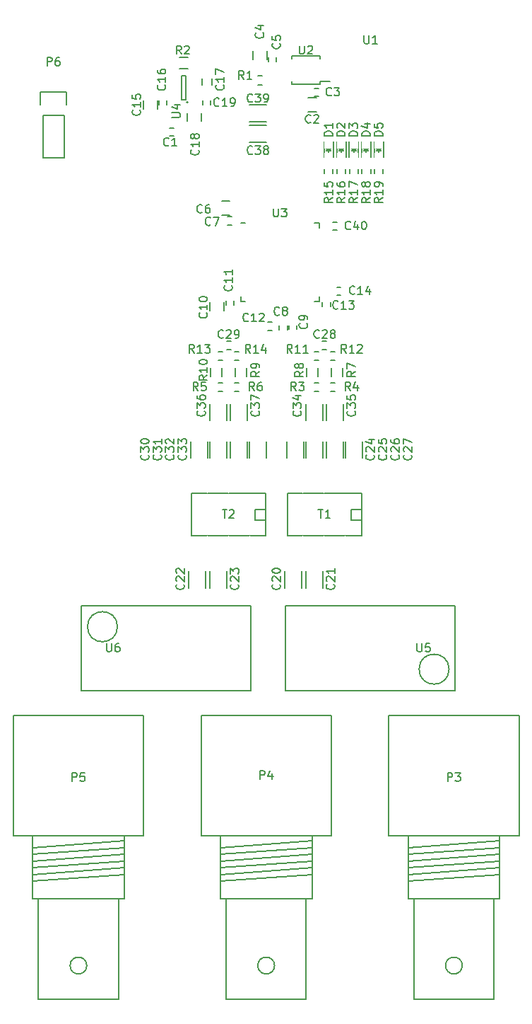
<source format=gbr>
G04 #@! TF.FileFunction,Legend,Top*
%FSLAX46Y46*%
G04 Gerber Fmt 4.6, Leading zero omitted, Abs format (unit mm)*
G04 Created by KiCad (PCBNEW (2015-07-28 BZR 6012)-product) date Fr 07 Aug 2015 18:57:51 CEST*
%MOMM*%
G01*
G04 APERTURE LIST*
%ADD10C,0.100000*%
%ADD11C,0.150000*%
%ADD12R,1.927200X1.927200*%
%ADD13O,1.927200X1.927200*%
%ADD14R,0.800000X0.700000*%
%ADD15R,1.200000X1.450000*%
%ADD16R,1.450000X1.200000*%
%ADD17R,0.700000X0.800000*%
%ADD18R,0.950000X1.000000*%
%ADD19R,0.997560X0.997560*%
%ADD20O,3.700120X7.200240*%
%ADD21O,1.800200X2.699360*%
%ADD22R,0.600000X0.800000*%
%ADD23R,1.100000X0.700000*%
%ADD24R,1.500000X1.800000*%
%ADD25R,1.800000X1.200000*%
%ADD26R,2.232000X1.927200*%
%ADD27O,2.232000X1.927200*%
%ADD28R,0.700000X1.100000*%
%ADD29R,0.800000X0.600000*%
%ADD30R,1.774800X2.486000*%
%ADD31O,1.774800X2.486000*%
%ADD32R,1.050000X0.500000*%
%ADD33R,0.500000X1.050000*%
%ADD34R,2.037500X2.037500*%
%ADD35R,1.200000X1.800000*%
%ADD36R,1.600000X0.500000*%
%ADD37R,1.260000X0.850000*%
G04 APERTURE END LIST*
D10*
D11*
X70900000Y-77275000D02*
X70400000Y-77275000D01*
X70400000Y-78225000D02*
X70900000Y-78225000D01*
X87000000Y-75350000D02*
X88000000Y-75350000D01*
X88000000Y-73650000D02*
X87000000Y-73650000D01*
X87750000Y-73475000D02*
X88250000Y-73475000D01*
X88250000Y-72525000D02*
X87750000Y-72525000D01*
X80400000Y-68100000D02*
X80400000Y-69100000D01*
X82100000Y-69100000D02*
X82100000Y-68100000D01*
X82275000Y-68850000D02*
X82275000Y-69350000D01*
X83225000Y-69350000D02*
X83225000Y-68850000D01*
X76650000Y-87700000D02*
X77650000Y-87700000D01*
X77650000Y-86000000D02*
X76650000Y-86000000D01*
X77350000Y-88875000D02*
X77850000Y-88875000D01*
X77850000Y-87925000D02*
X77350000Y-87925000D01*
X83575000Y-100900000D02*
X83575000Y-101400000D01*
X84525000Y-101400000D02*
X84525000Y-100900000D01*
X85685000Y-101390000D02*
X85685000Y-100890000D01*
X84735000Y-100890000D02*
X84735000Y-101390000D01*
X76950000Y-99150000D02*
X76950000Y-98150000D01*
X75250000Y-98150000D02*
X75250000Y-99150000D01*
X78125000Y-98450000D02*
X78125000Y-97950000D01*
X77175000Y-97950000D02*
X77175000Y-98450000D01*
X82160000Y-101485000D02*
X82660000Y-101485000D01*
X82660000Y-100535000D02*
X82160000Y-100535000D01*
X89705000Y-98670000D02*
X89705000Y-98170000D01*
X88755000Y-98170000D02*
X88755000Y-98670000D01*
X90950000Y-96325000D02*
X90450000Y-96325000D01*
X90450000Y-97275000D02*
X90950000Y-97275000D01*
X69000000Y-75000000D02*
X69000000Y-74000000D01*
X67300000Y-74000000D02*
X67300000Y-75000000D01*
X70125000Y-74500000D02*
X70125000Y-74000000D01*
X69175000Y-74000000D02*
X69175000Y-74500000D01*
X74300000Y-72100000D02*
X74300000Y-71400000D01*
X75500000Y-71400000D02*
X75500000Y-72100000D01*
X74250000Y-76500000D02*
X74250000Y-75500000D01*
X72550000Y-75500000D02*
X72550000Y-76500000D01*
X75375000Y-74500000D02*
X75375000Y-74000000D01*
X74425000Y-74000000D02*
X74425000Y-74500000D01*
X89250000Y-102825000D02*
X88750000Y-102825000D01*
X88750000Y-103775000D02*
X89250000Y-103775000D01*
X77750000Y-102825000D02*
X77250000Y-102825000D01*
X77250000Y-103775000D02*
X77750000Y-103775000D01*
X88950000Y-78900000D02*
X88950000Y-80800000D01*
X90050000Y-78900000D02*
X90050000Y-80800000D01*
X89500000Y-79800000D02*
X89500000Y-80250000D01*
X89750000Y-79750000D02*
X89250000Y-79750000D01*
X89500000Y-79750000D02*
X89750000Y-80000000D01*
X89750000Y-80000000D02*
X89250000Y-80000000D01*
X89250000Y-80000000D02*
X89500000Y-79750000D01*
X90450000Y-78900000D02*
X90450000Y-80800000D01*
X91550000Y-78900000D02*
X91550000Y-80800000D01*
X91000000Y-79800000D02*
X91000000Y-80250000D01*
X91250000Y-79750000D02*
X90750000Y-79750000D01*
X91000000Y-79750000D02*
X91250000Y-80000000D01*
X91250000Y-80000000D02*
X90750000Y-80000000D01*
X90750000Y-80000000D02*
X91000000Y-79750000D01*
X91950000Y-78900000D02*
X91950000Y-80800000D01*
X93050000Y-78900000D02*
X93050000Y-80800000D01*
X92500000Y-79800000D02*
X92500000Y-80250000D01*
X92750000Y-79750000D02*
X92250000Y-79750000D01*
X92500000Y-79750000D02*
X92750000Y-80000000D01*
X92750000Y-80000000D02*
X92250000Y-80000000D01*
X92250000Y-80000000D02*
X92500000Y-79750000D01*
X93450000Y-78900000D02*
X93450000Y-80800000D01*
X94550000Y-78900000D02*
X94550000Y-80800000D01*
X94000000Y-79800000D02*
X94000000Y-80250000D01*
X94250000Y-79750000D02*
X93750000Y-79750000D01*
X94000000Y-79750000D02*
X94250000Y-80000000D01*
X94250000Y-80000000D02*
X93750000Y-80000000D01*
X93750000Y-80000000D02*
X94000000Y-79750000D01*
X94950000Y-78900000D02*
X94950000Y-80800000D01*
X96050000Y-78900000D02*
X96050000Y-80800000D01*
X95500000Y-79800000D02*
X95500000Y-80250000D01*
X95750000Y-79750000D02*
X95250000Y-79750000D01*
X95500000Y-79750000D02*
X95750000Y-80000000D01*
X95750000Y-80000000D02*
X95250000Y-80000000D01*
X95250000Y-80000000D02*
X95500000Y-79750000D01*
X109999100Y-166600840D02*
X99000900Y-167400940D01*
X109999100Y-165800740D02*
X99000900Y-166600840D01*
X109999100Y-165000640D02*
X99000900Y-165800740D01*
X109999100Y-164200540D02*
X99000900Y-165000640D01*
X109999100Y-163400440D02*
X99000900Y-164200540D01*
X109999100Y-162600340D02*
X99000900Y-163400440D01*
X105500760Y-177499980D02*
G75*
G03X105500760Y-177499980I-1000760J0D01*
G01*
X99699400Y-169498980D02*
X99699400Y-181500480D01*
X99699400Y-181500480D02*
X109300600Y-181500480D01*
X109300600Y-181500480D02*
X109300600Y-169498980D01*
X99000900Y-162000900D02*
X99000900Y-169498980D01*
X99000900Y-169498980D02*
X109999100Y-169498980D01*
X109999100Y-169498980D02*
X109999100Y-162000900D01*
X112300340Y-147599100D02*
X96699660Y-147599100D01*
X96699660Y-147599100D02*
X96699660Y-162000900D01*
X96699660Y-162000900D02*
X112300340Y-162000900D01*
X112300340Y-162000900D02*
X112300340Y-147599100D01*
X87499100Y-166600840D02*
X76500900Y-167400940D01*
X87499100Y-165800740D02*
X76500900Y-166600840D01*
X87499100Y-165000640D02*
X76500900Y-165800740D01*
X87499100Y-164200540D02*
X76500900Y-165000640D01*
X87499100Y-163400440D02*
X76500900Y-164200540D01*
X87499100Y-162600340D02*
X76500900Y-163400440D01*
X83000760Y-177499980D02*
G75*
G03X83000760Y-177499980I-1000760J0D01*
G01*
X77199400Y-169498980D02*
X77199400Y-181500480D01*
X77199400Y-181500480D02*
X86800600Y-181500480D01*
X86800600Y-181500480D02*
X86800600Y-169498980D01*
X76500900Y-162000900D02*
X76500900Y-169498980D01*
X76500900Y-169498980D02*
X87499100Y-169498980D01*
X87499100Y-169498980D02*
X87499100Y-162000900D01*
X89800340Y-147599100D02*
X74199660Y-147599100D01*
X74199660Y-147599100D02*
X74199660Y-162000900D01*
X74199660Y-162000900D02*
X89800340Y-162000900D01*
X89800340Y-162000900D02*
X89800340Y-147599100D01*
X64999100Y-166600840D02*
X54000900Y-167400940D01*
X64999100Y-165800740D02*
X54000900Y-166600840D01*
X64999100Y-165000640D02*
X54000900Y-165800740D01*
X64999100Y-164200540D02*
X54000900Y-165000640D01*
X64999100Y-163400440D02*
X54000900Y-164200540D01*
X64999100Y-162600340D02*
X54000900Y-163400440D01*
X60500760Y-177499980D02*
G75*
G03X60500760Y-177499980I-1000760J0D01*
G01*
X54699400Y-169498980D02*
X54699400Y-181500480D01*
X54699400Y-181500480D02*
X64300600Y-181500480D01*
X64300600Y-181500480D02*
X64300600Y-169498980D01*
X54000900Y-162000900D02*
X54000900Y-169498980D01*
X54000900Y-169498980D02*
X64999100Y-169498980D01*
X64999100Y-169498980D02*
X64999100Y-162000900D01*
X67300340Y-147599100D02*
X51699660Y-147599100D01*
X51699660Y-147599100D02*
X51699660Y-162000900D01*
X51699660Y-162000900D02*
X67300340Y-162000900D01*
X67300340Y-162000900D02*
X67300340Y-147599100D01*
X81500000Y-71075000D02*
X81000000Y-71075000D01*
X81000000Y-72125000D02*
X81500000Y-72125000D01*
X88250000Y-107775000D02*
X87750000Y-107775000D01*
X87750000Y-108825000D02*
X88250000Y-108825000D01*
X90250000Y-107775000D02*
X89750000Y-107775000D01*
X89750000Y-108825000D02*
X90250000Y-108825000D01*
X76750000Y-107775000D02*
X76250000Y-107775000D01*
X76250000Y-108825000D02*
X76750000Y-108825000D01*
X78750000Y-107775000D02*
X78250000Y-107775000D01*
X78250000Y-108825000D02*
X78750000Y-108825000D01*
X86825000Y-107050000D02*
X86825000Y-106050000D01*
X88175000Y-106050000D02*
X88175000Y-107050000D01*
X91175000Y-106050000D02*
X91175000Y-107050000D01*
X89825000Y-107050000D02*
X89825000Y-106050000D01*
X75325000Y-107050000D02*
X75325000Y-106050000D01*
X76675000Y-106050000D02*
X76675000Y-107050000D01*
X79675000Y-106050000D02*
X79675000Y-107050000D01*
X78325000Y-107050000D02*
X78325000Y-106050000D01*
X88250000Y-104025000D02*
X87750000Y-104025000D01*
X87750000Y-105075000D02*
X88250000Y-105075000D01*
X90250000Y-104025000D02*
X89750000Y-104025000D01*
X89750000Y-105075000D02*
X90250000Y-105075000D01*
X76750000Y-104025000D02*
X76250000Y-104025000D01*
X76250000Y-105075000D02*
X76750000Y-105075000D01*
X78750000Y-104025000D02*
X78250000Y-104025000D01*
X78250000Y-105075000D02*
X78750000Y-105075000D01*
X84225000Y-130300000D02*
X84225000Y-132300000D01*
X86275000Y-132300000D02*
X86275000Y-130300000D01*
X86725000Y-130300000D02*
X86725000Y-132300000D01*
X88775000Y-132300000D02*
X88775000Y-130300000D01*
X72725000Y-130300000D02*
X72725000Y-132300000D01*
X74775000Y-132300000D02*
X74775000Y-130300000D01*
X75225000Y-130300000D02*
X75225000Y-132300000D01*
X77275000Y-132300000D02*
X77275000Y-130300000D01*
X84475000Y-114800000D02*
X84475000Y-116800000D01*
X86525000Y-116800000D02*
X86525000Y-114800000D01*
X86725000Y-114800000D02*
X86725000Y-116800000D01*
X88775000Y-116800000D02*
X88775000Y-114800000D01*
X89225000Y-114800000D02*
X89225000Y-116800000D01*
X91275000Y-116800000D02*
X91275000Y-114800000D01*
X91475000Y-114800000D02*
X91475000Y-116800000D01*
X93525000Y-116800000D02*
X93525000Y-114800000D01*
X72975000Y-114800000D02*
X72975000Y-116800000D01*
X75025000Y-116800000D02*
X75025000Y-114800000D01*
X55230000Y-75770000D02*
X55230000Y-80850000D01*
X55230000Y-80850000D02*
X57770000Y-80850000D01*
X57770000Y-80850000D02*
X57770000Y-75770000D01*
X58050000Y-72950000D02*
X58050000Y-74500000D01*
X57770000Y-75770000D02*
X55230000Y-75770000D01*
X54950000Y-74500000D02*
X54950000Y-72950000D01*
X54950000Y-72950000D02*
X58050000Y-72950000D01*
X71650000Y-68825000D02*
X72650000Y-68825000D01*
X72650000Y-70175000D02*
X71650000Y-70175000D01*
X88975000Y-82250000D02*
X88975000Y-82750000D01*
X90025000Y-82750000D02*
X90025000Y-82250000D01*
X90475000Y-82250000D02*
X90475000Y-82750000D01*
X91525000Y-82750000D02*
X91525000Y-82250000D01*
X91975000Y-82250000D02*
X91975000Y-82750000D01*
X93025000Y-82750000D02*
X93025000Y-82250000D01*
X93475000Y-82250000D02*
X93475000Y-82750000D01*
X94525000Y-82750000D02*
X94525000Y-82250000D01*
X94975000Y-82250000D02*
X94975000Y-82750000D01*
X96025000Y-82750000D02*
X96025000Y-82250000D01*
X93445000Y-126090000D02*
X84555000Y-126090000D01*
X84555000Y-126090000D02*
X84555000Y-121010000D01*
X84555000Y-121010000D02*
X93445000Y-121010000D01*
X93445000Y-121010000D02*
X93445000Y-126090000D01*
X93445000Y-124185000D02*
X92175000Y-124185000D01*
X92175000Y-124185000D02*
X92175000Y-122915000D01*
X92175000Y-122915000D02*
X93445000Y-122915000D01*
X81945000Y-126090000D02*
X73055000Y-126090000D01*
X73055000Y-126090000D02*
X73055000Y-121010000D01*
X73055000Y-121010000D02*
X81945000Y-121010000D01*
X81945000Y-121010000D02*
X81945000Y-126090000D01*
X81945000Y-124185000D02*
X80675000Y-124185000D01*
X80675000Y-124185000D02*
X80675000Y-122915000D01*
X80675000Y-122915000D02*
X81945000Y-122915000D01*
X88350000Y-88650000D02*
X88350000Y-89225000D01*
X78950000Y-98050000D02*
X78950000Y-97475000D01*
X88350000Y-98050000D02*
X88350000Y-97475000D01*
X78950000Y-88650000D02*
X79525000Y-88650000D01*
X78950000Y-98050000D02*
X79525000Y-98050000D01*
X88350000Y-98050000D02*
X87775000Y-98050000D01*
X88350000Y-88650000D02*
X87775000Y-88650000D01*
X75225000Y-114800000D02*
X75225000Y-116800000D01*
X77275000Y-116800000D02*
X77275000Y-114800000D01*
X77725000Y-114800000D02*
X77725000Y-116800000D01*
X79775000Y-116800000D02*
X79775000Y-114800000D01*
X79975000Y-114800000D02*
X79975000Y-116800000D01*
X82025000Y-116800000D02*
X82025000Y-114800000D01*
X88775000Y-112300000D02*
X88775000Y-110300000D01*
X86725000Y-110300000D02*
X86725000Y-112300000D01*
X91275000Y-112300000D02*
X91275000Y-110300000D01*
X89225000Y-110300000D02*
X89225000Y-112300000D01*
X77275000Y-112300000D02*
X77275000Y-110300000D01*
X75225000Y-110300000D02*
X75225000Y-112300000D01*
X79775000Y-112300000D02*
X79775000Y-110300000D01*
X77725000Y-110300000D02*
X77725000Y-112300000D01*
X80000000Y-79025000D02*
X82000000Y-79025000D01*
X82000000Y-76975000D02*
X80000000Y-76975000D01*
X80000000Y-76525000D02*
X82000000Y-76525000D01*
X82000000Y-74475000D02*
X80000000Y-74475000D01*
X88425000Y-72025000D02*
X88425000Y-71725000D01*
X85075000Y-72025000D02*
X85075000Y-71725000D01*
X85075000Y-68675000D02*
X85075000Y-68975000D01*
X88425000Y-68675000D02*
X88425000Y-68975000D01*
X88425000Y-72025000D02*
X85075000Y-72025000D01*
X88425000Y-68675000D02*
X85075000Y-68675000D01*
X88425000Y-71725000D02*
X89650000Y-71725000D01*
X72650000Y-74200000D02*
G75*
G03X72650000Y-74200000I-100000J0D01*
G01*
X71900000Y-73950000D02*
X72400000Y-73950000D01*
X71900000Y-71050000D02*
X71900000Y-73950000D01*
X72400000Y-71050000D02*
X71900000Y-71050000D01*
X72400000Y-73950000D02*
X72400000Y-71050000D01*
X103916051Y-142040000D02*
G75*
G03X103916051Y-142040000I-1796051J0D01*
G01*
X104660000Y-144580000D02*
X84340000Y-144580000D01*
X84340000Y-144580000D02*
X84340000Y-134420000D01*
X84340000Y-134420000D02*
X104660000Y-134420000D01*
X104660000Y-134420000D02*
X104660000Y-144580000D01*
X64176051Y-136960000D02*
G75*
G03X64176051Y-136960000I-1796051J0D01*
G01*
X59840000Y-134420000D02*
X80160000Y-134420000D01*
X80160000Y-134420000D02*
X80160000Y-144580000D01*
X80160000Y-144580000D02*
X59840000Y-144580000D01*
X59840000Y-144580000D02*
X59840000Y-134420000D01*
X90450000Y-88525000D02*
X89950000Y-88525000D01*
X89950000Y-89475000D02*
X90450000Y-89475000D01*
X70333334Y-79357143D02*
X70285715Y-79404762D01*
X70142858Y-79452381D01*
X70047620Y-79452381D01*
X69904762Y-79404762D01*
X69809524Y-79309524D01*
X69761905Y-79214286D01*
X69714286Y-79023810D01*
X69714286Y-78880952D01*
X69761905Y-78690476D01*
X69809524Y-78595238D01*
X69904762Y-78500000D01*
X70047620Y-78452381D01*
X70142858Y-78452381D01*
X70285715Y-78500000D01*
X70333334Y-78547619D01*
X71285715Y-79452381D02*
X70714286Y-79452381D01*
X71000000Y-79452381D02*
X71000000Y-78452381D01*
X70904762Y-78595238D01*
X70809524Y-78690476D01*
X70714286Y-78738095D01*
X87333334Y-76607143D02*
X87285715Y-76654762D01*
X87142858Y-76702381D01*
X87047620Y-76702381D01*
X86904762Y-76654762D01*
X86809524Y-76559524D01*
X86761905Y-76464286D01*
X86714286Y-76273810D01*
X86714286Y-76130952D01*
X86761905Y-75940476D01*
X86809524Y-75845238D01*
X86904762Y-75750000D01*
X87047620Y-75702381D01*
X87142858Y-75702381D01*
X87285715Y-75750000D01*
X87333334Y-75797619D01*
X87714286Y-75797619D02*
X87761905Y-75750000D01*
X87857143Y-75702381D01*
X88095239Y-75702381D01*
X88190477Y-75750000D01*
X88238096Y-75797619D01*
X88285715Y-75892857D01*
X88285715Y-75988095D01*
X88238096Y-76130952D01*
X87666667Y-76702381D01*
X88285715Y-76702381D01*
X89833334Y-73357143D02*
X89785715Y-73404762D01*
X89642858Y-73452381D01*
X89547620Y-73452381D01*
X89404762Y-73404762D01*
X89309524Y-73309524D01*
X89261905Y-73214286D01*
X89214286Y-73023810D01*
X89214286Y-72880952D01*
X89261905Y-72690476D01*
X89309524Y-72595238D01*
X89404762Y-72500000D01*
X89547620Y-72452381D01*
X89642858Y-72452381D01*
X89785715Y-72500000D01*
X89833334Y-72547619D01*
X90166667Y-72452381D02*
X90785715Y-72452381D01*
X90452381Y-72833333D01*
X90595239Y-72833333D01*
X90690477Y-72880952D01*
X90738096Y-72928571D01*
X90785715Y-73023810D01*
X90785715Y-73261905D01*
X90738096Y-73357143D01*
X90690477Y-73404762D01*
X90595239Y-73452381D01*
X90309524Y-73452381D01*
X90214286Y-73404762D01*
X90166667Y-73357143D01*
X81607143Y-65916666D02*
X81654762Y-65964285D01*
X81702381Y-66107142D01*
X81702381Y-66202380D01*
X81654762Y-66345238D01*
X81559524Y-66440476D01*
X81464286Y-66488095D01*
X81273810Y-66535714D01*
X81130952Y-66535714D01*
X80940476Y-66488095D01*
X80845238Y-66440476D01*
X80750000Y-66345238D01*
X80702381Y-66202380D01*
X80702381Y-66107142D01*
X80750000Y-65964285D01*
X80797619Y-65916666D01*
X81035714Y-65059523D02*
X81702381Y-65059523D01*
X80654762Y-65297619D02*
X81369048Y-65535714D01*
X81369048Y-64916666D01*
X83607143Y-67166666D02*
X83654762Y-67214285D01*
X83702381Y-67357142D01*
X83702381Y-67452380D01*
X83654762Y-67595238D01*
X83559524Y-67690476D01*
X83464286Y-67738095D01*
X83273810Y-67785714D01*
X83130952Y-67785714D01*
X82940476Y-67738095D01*
X82845238Y-67690476D01*
X82750000Y-67595238D01*
X82702381Y-67452380D01*
X82702381Y-67357142D01*
X82750000Y-67214285D01*
X82797619Y-67166666D01*
X82702381Y-66261904D02*
X82702381Y-66738095D01*
X83178571Y-66785714D01*
X83130952Y-66738095D01*
X83083333Y-66642857D01*
X83083333Y-66404761D01*
X83130952Y-66309523D01*
X83178571Y-66261904D01*
X83273810Y-66214285D01*
X83511905Y-66214285D01*
X83607143Y-66261904D01*
X83654762Y-66309523D01*
X83702381Y-66404761D01*
X83702381Y-66642857D01*
X83654762Y-66738095D01*
X83607143Y-66785714D01*
X74333334Y-87357143D02*
X74285715Y-87404762D01*
X74142858Y-87452381D01*
X74047620Y-87452381D01*
X73904762Y-87404762D01*
X73809524Y-87309524D01*
X73761905Y-87214286D01*
X73714286Y-87023810D01*
X73714286Y-86880952D01*
X73761905Y-86690476D01*
X73809524Y-86595238D01*
X73904762Y-86500000D01*
X74047620Y-86452381D01*
X74142858Y-86452381D01*
X74285715Y-86500000D01*
X74333334Y-86547619D01*
X75190477Y-86452381D02*
X75000000Y-86452381D01*
X74904762Y-86500000D01*
X74857143Y-86547619D01*
X74761905Y-86690476D01*
X74714286Y-86880952D01*
X74714286Y-87261905D01*
X74761905Y-87357143D01*
X74809524Y-87404762D01*
X74904762Y-87452381D01*
X75095239Y-87452381D01*
X75190477Y-87404762D01*
X75238096Y-87357143D01*
X75285715Y-87261905D01*
X75285715Y-87023810D01*
X75238096Y-86928571D01*
X75190477Y-86880952D01*
X75095239Y-86833333D01*
X74904762Y-86833333D01*
X74809524Y-86880952D01*
X74761905Y-86928571D01*
X74714286Y-87023810D01*
X75333334Y-88857143D02*
X75285715Y-88904762D01*
X75142858Y-88952381D01*
X75047620Y-88952381D01*
X74904762Y-88904762D01*
X74809524Y-88809524D01*
X74761905Y-88714286D01*
X74714286Y-88523810D01*
X74714286Y-88380952D01*
X74761905Y-88190476D01*
X74809524Y-88095238D01*
X74904762Y-88000000D01*
X75047620Y-87952381D01*
X75142858Y-87952381D01*
X75285715Y-88000000D01*
X75333334Y-88047619D01*
X75666667Y-87952381D02*
X76333334Y-87952381D01*
X75904762Y-88952381D01*
X83583334Y-99607143D02*
X83535715Y-99654762D01*
X83392858Y-99702381D01*
X83297620Y-99702381D01*
X83154762Y-99654762D01*
X83059524Y-99559524D01*
X83011905Y-99464286D01*
X82964286Y-99273810D01*
X82964286Y-99130952D01*
X83011905Y-98940476D01*
X83059524Y-98845238D01*
X83154762Y-98750000D01*
X83297620Y-98702381D01*
X83392858Y-98702381D01*
X83535715Y-98750000D01*
X83583334Y-98797619D01*
X84154762Y-99130952D02*
X84059524Y-99083333D01*
X84011905Y-99035714D01*
X83964286Y-98940476D01*
X83964286Y-98892857D01*
X84011905Y-98797619D01*
X84059524Y-98750000D01*
X84154762Y-98702381D01*
X84345239Y-98702381D01*
X84440477Y-98750000D01*
X84488096Y-98797619D01*
X84535715Y-98892857D01*
X84535715Y-98940476D01*
X84488096Y-99035714D01*
X84440477Y-99083333D01*
X84345239Y-99130952D01*
X84154762Y-99130952D01*
X84059524Y-99178571D01*
X84011905Y-99226190D01*
X83964286Y-99321429D01*
X83964286Y-99511905D01*
X84011905Y-99607143D01*
X84059524Y-99654762D01*
X84154762Y-99702381D01*
X84345239Y-99702381D01*
X84440477Y-99654762D01*
X84488096Y-99607143D01*
X84535715Y-99511905D01*
X84535715Y-99321429D01*
X84488096Y-99226190D01*
X84440477Y-99178571D01*
X84345239Y-99130952D01*
X86857143Y-100666666D02*
X86904762Y-100714285D01*
X86952381Y-100857142D01*
X86952381Y-100952380D01*
X86904762Y-101095238D01*
X86809524Y-101190476D01*
X86714286Y-101238095D01*
X86523810Y-101285714D01*
X86380952Y-101285714D01*
X86190476Y-101238095D01*
X86095238Y-101190476D01*
X86000000Y-101095238D01*
X85952381Y-100952380D01*
X85952381Y-100857142D01*
X86000000Y-100714285D01*
X86047619Y-100666666D01*
X86952381Y-100190476D02*
X86952381Y-100000000D01*
X86904762Y-99904761D01*
X86857143Y-99857142D01*
X86714286Y-99761904D01*
X86523810Y-99714285D01*
X86142857Y-99714285D01*
X86047619Y-99761904D01*
X86000000Y-99809523D01*
X85952381Y-99904761D01*
X85952381Y-100095238D01*
X86000000Y-100190476D01*
X86047619Y-100238095D01*
X86142857Y-100285714D01*
X86380952Y-100285714D01*
X86476190Y-100238095D01*
X86523810Y-100190476D01*
X86571429Y-100095238D01*
X86571429Y-99904761D01*
X86523810Y-99809523D01*
X86476190Y-99761904D01*
X86380952Y-99714285D01*
X74857143Y-99392857D02*
X74904762Y-99440476D01*
X74952381Y-99583333D01*
X74952381Y-99678571D01*
X74904762Y-99821429D01*
X74809524Y-99916667D01*
X74714286Y-99964286D01*
X74523810Y-100011905D01*
X74380952Y-100011905D01*
X74190476Y-99964286D01*
X74095238Y-99916667D01*
X74000000Y-99821429D01*
X73952381Y-99678571D01*
X73952381Y-99583333D01*
X74000000Y-99440476D01*
X74047619Y-99392857D01*
X74952381Y-98440476D02*
X74952381Y-99011905D01*
X74952381Y-98726191D02*
X73952381Y-98726191D01*
X74095238Y-98821429D01*
X74190476Y-98916667D01*
X74238095Y-99011905D01*
X73952381Y-97821429D02*
X73952381Y-97726190D01*
X74000000Y-97630952D01*
X74047619Y-97583333D01*
X74142857Y-97535714D01*
X74333333Y-97488095D01*
X74571429Y-97488095D01*
X74761905Y-97535714D01*
X74857143Y-97583333D01*
X74904762Y-97630952D01*
X74952381Y-97726190D01*
X74952381Y-97821429D01*
X74904762Y-97916667D01*
X74857143Y-97964286D01*
X74761905Y-98011905D01*
X74571429Y-98059524D01*
X74333333Y-98059524D01*
X74142857Y-98011905D01*
X74047619Y-97964286D01*
X74000000Y-97916667D01*
X73952381Y-97821429D01*
X77857143Y-96142857D02*
X77904762Y-96190476D01*
X77952381Y-96333333D01*
X77952381Y-96428571D01*
X77904762Y-96571429D01*
X77809524Y-96666667D01*
X77714286Y-96714286D01*
X77523810Y-96761905D01*
X77380952Y-96761905D01*
X77190476Y-96714286D01*
X77095238Y-96666667D01*
X77000000Y-96571429D01*
X76952381Y-96428571D01*
X76952381Y-96333333D01*
X77000000Y-96190476D01*
X77047619Y-96142857D01*
X77952381Y-95190476D02*
X77952381Y-95761905D01*
X77952381Y-95476191D02*
X76952381Y-95476191D01*
X77095238Y-95571429D01*
X77190476Y-95666667D01*
X77238095Y-95761905D01*
X77952381Y-94238095D02*
X77952381Y-94809524D01*
X77952381Y-94523810D02*
X76952381Y-94523810D01*
X77095238Y-94619048D01*
X77190476Y-94714286D01*
X77238095Y-94809524D01*
X79857143Y-100357143D02*
X79809524Y-100404762D01*
X79666667Y-100452381D01*
X79571429Y-100452381D01*
X79428571Y-100404762D01*
X79333333Y-100309524D01*
X79285714Y-100214286D01*
X79238095Y-100023810D01*
X79238095Y-99880952D01*
X79285714Y-99690476D01*
X79333333Y-99595238D01*
X79428571Y-99500000D01*
X79571429Y-99452381D01*
X79666667Y-99452381D01*
X79809524Y-99500000D01*
X79857143Y-99547619D01*
X80809524Y-100452381D02*
X80238095Y-100452381D01*
X80523809Y-100452381D02*
X80523809Y-99452381D01*
X80428571Y-99595238D01*
X80333333Y-99690476D01*
X80238095Y-99738095D01*
X81190476Y-99547619D02*
X81238095Y-99500000D01*
X81333333Y-99452381D01*
X81571429Y-99452381D01*
X81666667Y-99500000D01*
X81714286Y-99547619D01*
X81761905Y-99642857D01*
X81761905Y-99738095D01*
X81714286Y-99880952D01*
X81142857Y-100452381D01*
X81761905Y-100452381D01*
X90607143Y-98857143D02*
X90559524Y-98904762D01*
X90416667Y-98952381D01*
X90321429Y-98952381D01*
X90178571Y-98904762D01*
X90083333Y-98809524D01*
X90035714Y-98714286D01*
X89988095Y-98523810D01*
X89988095Y-98380952D01*
X90035714Y-98190476D01*
X90083333Y-98095238D01*
X90178571Y-98000000D01*
X90321429Y-97952381D01*
X90416667Y-97952381D01*
X90559524Y-98000000D01*
X90607143Y-98047619D01*
X91559524Y-98952381D02*
X90988095Y-98952381D01*
X91273809Y-98952381D02*
X91273809Y-97952381D01*
X91178571Y-98095238D01*
X91083333Y-98190476D01*
X90988095Y-98238095D01*
X91892857Y-97952381D02*
X92511905Y-97952381D01*
X92178571Y-98333333D01*
X92321429Y-98333333D01*
X92416667Y-98380952D01*
X92464286Y-98428571D01*
X92511905Y-98523810D01*
X92511905Y-98761905D01*
X92464286Y-98857143D01*
X92416667Y-98904762D01*
X92321429Y-98952381D01*
X92035714Y-98952381D01*
X91940476Y-98904762D01*
X91892857Y-98857143D01*
X92607143Y-97107143D02*
X92559524Y-97154762D01*
X92416667Y-97202381D01*
X92321429Y-97202381D01*
X92178571Y-97154762D01*
X92083333Y-97059524D01*
X92035714Y-96964286D01*
X91988095Y-96773810D01*
X91988095Y-96630952D01*
X92035714Y-96440476D01*
X92083333Y-96345238D01*
X92178571Y-96250000D01*
X92321429Y-96202381D01*
X92416667Y-96202381D01*
X92559524Y-96250000D01*
X92607143Y-96297619D01*
X93559524Y-97202381D02*
X92988095Y-97202381D01*
X93273809Y-97202381D02*
X93273809Y-96202381D01*
X93178571Y-96345238D01*
X93083333Y-96440476D01*
X92988095Y-96488095D01*
X94416667Y-96535714D02*
X94416667Y-97202381D01*
X94178571Y-96154762D02*
X93940476Y-96869048D01*
X94559524Y-96869048D01*
X66857143Y-75142857D02*
X66904762Y-75190476D01*
X66952381Y-75333333D01*
X66952381Y-75428571D01*
X66904762Y-75571429D01*
X66809524Y-75666667D01*
X66714286Y-75714286D01*
X66523810Y-75761905D01*
X66380952Y-75761905D01*
X66190476Y-75714286D01*
X66095238Y-75666667D01*
X66000000Y-75571429D01*
X65952381Y-75428571D01*
X65952381Y-75333333D01*
X66000000Y-75190476D01*
X66047619Y-75142857D01*
X66952381Y-74190476D02*
X66952381Y-74761905D01*
X66952381Y-74476191D02*
X65952381Y-74476191D01*
X66095238Y-74571429D01*
X66190476Y-74666667D01*
X66238095Y-74761905D01*
X65952381Y-73285714D02*
X65952381Y-73761905D01*
X66428571Y-73809524D01*
X66380952Y-73761905D01*
X66333333Y-73666667D01*
X66333333Y-73428571D01*
X66380952Y-73333333D01*
X66428571Y-73285714D01*
X66523810Y-73238095D01*
X66761905Y-73238095D01*
X66857143Y-73285714D01*
X66904762Y-73333333D01*
X66952381Y-73428571D01*
X66952381Y-73666667D01*
X66904762Y-73761905D01*
X66857143Y-73809524D01*
X69857143Y-72142857D02*
X69904762Y-72190476D01*
X69952381Y-72333333D01*
X69952381Y-72428571D01*
X69904762Y-72571429D01*
X69809524Y-72666667D01*
X69714286Y-72714286D01*
X69523810Y-72761905D01*
X69380952Y-72761905D01*
X69190476Y-72714286D01*
X69095238Y-72666667D01*
X69000000Y-72571429D01*
X68952381Y-72428571D01*
X68952381Y-72333333D01*
X69000000Y-72190476D01*
X69047619Y-72142857D01*
X69952381Y-71190476D02*
X69952381Y-71761905D01*
X69952381Y-71476191D02*
X68952381Y-71476191D01*
X69095238Y-71571429D01*
X69190476Y-71666667D01*
X69238095Y-71761905D01*
X68952381Y-70333333D02*
X68952381Y-70523810D01*
X69000000Y-70619048D01*
X69047619Y-70666667D01*
X69190476Y-70761905D01*
X69380952Y-70809524D01*
X69761905Y-70809524D01*
X69857143Y-70761905D01*
X69904762Y-70714286D01*
X69952381Y-70619048D01*
X69952381Y-70428571D01*
X69904762Y-70333333D01*
X69857143Y-70285714D01*
X69761905Y-70238095D01*
X69523810Y-70238095D01*
X69428571Y-70285714D01*
X69380952Y-70333333D01*
X69333333Y-70428571D01*
X69333333Y-70619048D01*
X69380952Y-70714286D01*
X69428571Y-70761905D01*
X69523810Y-70809524D01*
X76857143Y-72142857D02*
X76904762Y-72190476D01*
X76952381Y-72333333D01*
X76952381Y-72428571D01*
X76904762Y-72571429D01*
X76809524Y-72666667D01*
X76714286Y-72714286D01*
X76523810Y-72761905D01*
X76380952Y-72761905D01*
X76190476Y-72714286D01*
X76095238Y-72666667D01*
X76000000Y-72571429D01*
X75952381Y-72428571D01*
X75952381Y-72333333D01*
X76000000Y-72190476D01*
X76047619Y-72142857D01*
X76952381Y-71190476D02*
X76952381Y-71761905D01*
X76952381Y-71476191D02*
X75952381Y-71476191D01*
X76095238Y-71571429D01*
X76190476Y-71666667D01*
X76238095Y-71761905D01*
X75952381Y-70857143D02*
X75952381Y-70190476D01*
X76952381Y-70619048D01*
X73857143Y-79892857D02*
X73904762Y-79940476D01*
X73952381Y-80083333D01*
X73952381Y-80178571D01*
X73904762Y-80321429D01*
X73809524Y-80416667D01*
X73714286Y-80464286D01*
X73523810Y-80511905D01*
X73380952Y-80511905D01*
X73190476Y-80464286D01*
X73095238Y-80416667D01*
X73000000Y-80321429D01*
X72952381Y-80178571D01*
X72952381Y-80083333D01*
X73000000Y-79940476D01*
X73047619Y-79892857D01*
X73952381Y-78940476D02*
X73952381Y-79511905D01*
X73952381Y-79226191D02*
X72952381Y-79226191D01*
X73095238Y-79321429D01*
X73190476Y-79416667D01*
X73238095Y-79511905D01*
X73380952Y-78369048D02*
X73333333Y-78464286D01*
X73285714Y-78511905D01*
X73190476Y-78559524D01*
X73142857Y-78559524D01*
X73047619Y-78511905D01*
X73000000Y-78464286D01*
X72952381Y-78369048D01*
X72952381Y-78178571D01*
X73000000Y-78083333D01*
X73047619Y-78035714D01*
X73142857Y-77988095D01*
X73190476Y-77988095D01*
X73285714Y-78035714D01*
X73333333Y-78083333D01*
X73380952Y-78178571D01*
X73380952Y-78369048D01*
X73428571Y-78464286D01*
X73476190Y-78511905D01*
X73571429Y-78559524D01*
X73761905Y-78559524D01*
X73857143Y-78511905D01*
X73904762Y-78464286D01*
X73952381Y-78369048D01*
X73952381Y-78178571D01*
X73904762Y-78083333D01*
X73857143Y-78035714D01*
X73761905Y-77988095D01*
X73571429Y-77988095D01*
X73476190Y-78035714D01*
X73428571Y-78083333D01*
X73380952Y-78178571D01*
X76357143Y-74607143D02*
X76309524Y-74654762D01*
X76166667Y-74702381D01*
X76071429Y-74702381D01*
X75928571Y-74654762D01*
X75833333Y-74559524D01*
X75785714Y-74464286D01*
X75738095Y-74273810D01*
X75738095Y-74130952D01*
X75785714Y-73940476D01*
X75833333Y-73845238D01*
X75928571Y-73750000D01*
X76071429Y-73702381D01*
X76166667Y-73702381D01*
X76309524Y-73750000D01*
X76357143Y-73797619D01*
X77309524Y-74702381D02*
X76738095Y-74702381D01*
X77023809Y-74702381D02*
X77023809Y-73702381D01*
X76928571Y-73845238D01*
X76833333Y-73940476D01*
X76738095Y-73988095D01*
X77785714Y-74702381D02*
X77976190Y-74702381D01*
X78071429Y-74654762D01*
X78119048Y-74607143D01*
X78214286Y-74464286D01*
X78261905Y-74273810D01*
X78261905Y-73892857D01*
X78214286Y-73797619D01*
X78166667Y-73750000D01*
X78071429Y-73702381D01*
X77880952Y-73702381D01*
X77785714Y-73750000D01*
X77738095Y-73797619D01*
X77690476Y-73892857D01*
X77690476Y-74130952D01*
X77738095Y-74226190D01*
X77785714Y-74273810D01*
X77880952Y-74321429D01*
X78071429Y-74321429D01*
X78166667Y-74273810D01*
X78214286Y-74226190D01*
X78261905Y-74130952D01*
X88357143Y-102357143D02*
X88309524Y-102404762D01*
X88166667Y-102452381D01*
X88071429Y-102452381D01*
X87928571Y-102404762D01*
X87833333Y-102309524D01*
X87785714Y-102214286D01*
X87738095Y-102023810D01*
X87738095Y-101880952D01*
X87785714Y-101690476D01*
X87833333Y-101595238D01*
X87928571Y-101500000D01*
X88071429Y-101452381D01*
X88166667Y-101452381D01*
X88309524Y-101500000D01*
X88357143Y-101547619D01*
X88738095Y-101547619D02*
X88785714Y-101500000D01*
X88880952Y-101452381D01*
X89119048Y-101452381D01*
X89214286Y-101500000D01*
X89261905Y-101547619D01*
X89309524Y-101642857D01*
X89309524Y-101738095D01*
X89261905Y-101880952D01*
X88690476Y-102452381D01*
X89309524Y-102452381D01*
X89880952Y-101880952D02*
X89785714Y-101833333D01*
X89738095Y-101785714D01*
X89690476Y-101690476D01*
X89690476Y-101642857D01*
X89738095Y-101547619D01*
X89785714Y-101500000D01*
X89880952Y-101452381D01*
X90071429Y-101452381D01*
X90166667Y-101500000D01*
X90214286Y-101547619D01*
X90261905Y-101642857D01*
X90261905Y-101690476D01*
X90214286Y-101785714D01*
X90166667Y-101833333D01*
X90071429Y-101880952D01*
X89880952Y-101880952D01*
X89785714Y-101928571D01*
X89738095Y-101976190D01*
X89690476Y-102071429D01*
X89690476Y-102261905D01*
X89738095Y-102357143D01*
X89785714Y-102404762D01*
X89880952Y-102452381D01*
X90071429Y-102452381D01*
X90166667Y-102404762D01*
X90214286Y-102357143D01*
X90261905Y-102261905D01*
X90261905Y-102071429D01*
X90214286Y-101976190D01*
X90166667Y-101928571D01*
X90071429Y-101880952D01*
X76857143Y-102357143D02*
X76809524Y-102404762D01*
X76666667Y-102452381D01*
X76571429Y-102452381D01*
X76428571Y-102404762D01*
X76333333Y-102309524D01*
X76285714Y-102214286D01*
X76238095Y-102023810D01*
X76238095Y-101880952D01*
X76285714Y-101690476D01*
X76333333Y-101595238D01*
X76428571Y-101500000D01*
X76571429Y-101452381D01*
X76666667Y-101452381D01*
X76809524Y-101500000D01*
X76857143Y-101547619D01*
X77238095Y-101547619D02*
X77285714Y-101500000D01*
X77380952Y-101452381D01*
X77619048Y-101452381D01*
X77714286Y-101500000D01*
X77761905Y-101547619D01*
X77809524Y-101642857D01*
X77809524Y-101738095D01*
X77761905Y-101880952D01*
X77190476Y-102452381D01*
X77809524Y-102452381D01*
X78285714Y-102452381D02*
X78476190Y-102452381D01*
X78571429Y-102404762D01*
X78619048Y-102357143D01*
X78714286Y-102214286D01*
X78761905Y-102023810D01*
X78761905Y-101642857D01*
X78714286Y-101547619D01*
X78666667Y-101500000D01*
X78571429Y-101452381D01*
X78380952Y-101452381D01*
X78285714Y-101500000D01*
X78238095Y-101547619D01*
X78190476Y-101642857D01*
X78190476Y-101880952D01*
X78238095Y-101976190D01*
X78285714Y-102023810D01*
X78380952Y-102071429D01*
X78571429Y-102071429D01*
X78666667Y-102023810D01*
X78714286Y-101976190D01*
X78761905Y-101880952D01*
X89952381Y-78238095D02*
X88952381Y-78238095D01*
X88952381Y-78000000D01*
X89000000Y-77857142D01*
X89095238Y-77761904D01*
X89190476Y-77714285D01*
X89380952Y-77666666D01*
X89523810Y-77666666D01*
X89714286Y-77714285D01*
X89809524Y-77761904D01*
X89904762Y-77857142D01*
X89952381Y-78000000D01*
X89952381Y-78238095D01*
X89952381Y-76714285D02*
X89952381Y-77285714D01*
X89952381Y-77000000D02*
X88952381Y-77000000D01*
X89095238Y-77095238D01*
X89190476Y-77190476D01*
X89238095Y-77285714D01*
X91452381Y-78238095D02*
X90452381Y-78238095D01*
X90452381Y-78000000D01*
X90500000Y-77857142D01*
X90595238Y-77761904D01*
X90690476Y-77714285D01*
X90880952Y-77666666D01*
X91023810Y-77666666D01*
X91214286Y-77714285D01*
X91309524Y-77761904D01*
X91404762Y-77857142D01*
X91452381Y-78000000D01*
X91452381Y-78238095D01*
X90547619Y-77285714D02*
X90500000Y-77238095D01*
X90452381Y-77142857D01*
X90452381Y-76904761D01*
X90500000Y-76809523D01*
X90547619Y-76761904D01*
X90642857Y-76714285D01*
X90738095Y-76714285D01*
X90880952Y-76761904D01*
X91452381Y-77333333D01*
X91452381Y-76714285D01*
X92952381Y-78238095D02*
X91952381Y-78238095D01*
X91952381Y-78000000D01*
X92000000Y-77857142D01*
X92095238Y-77761904D01*
X92190476Y-77714285D01*
X92380952Y-77666666D01*
X92523810Y-77666666D01*
X92714286Y-77714285D01*
X92809524Y-77761904D01*
X92904762Y-77857142D01*
X92952381Y-78000000D01*
X92952381Y-78238095D01*
X91952381Y-77333333D02*
X91952381Y-76714285D01*
X92333333Y-77047619D01*
X92333333Y-76904761D01*
X92380952Y-76809523D01*
X92428571Y-76761904D01*
X92523810Y-76714285D01*
X92761905Y-76714285D01*
X92857143Y-76761904D01*
X92904762Y-76809523D01*
X92952381Y-76904761D01*
X92952381Y-77190476D01*
X92904762Y-77285714D01*
X92857143Y-77333333D01*
X94452381Y-78238095D02*
X93452381Y-78238095D01*
X93452381Y-78000000D01*
X93500000Y-77857142D01*
X93595238Y-77761904D01*
X93690476Y-77714285D01*
X93880952Y-77666666D01*
X94023810Y-77666666D01*
X94214286Y-77714285D01*
X94309524Y-77761904D01*
X94404762Y-77857142D01*
X94452381Y-78000000D01*
X94452381Y-78238095D01*
X93785714Y-76809523D02*
X94452381Y-76809523D01*
X93404762Y-77047619D02*
X94119048Y-77285714D01*
X94119048Y-76666666D01*
X95952381Y-78238095D02*
X94952381Y-78238095D01*
X94952381Y-78000000D01*
X95000000Y-77857142D01*
X95095238Y-77761904D01*
X95190476Y-77714285D01*
X95380952Y-77666666D01*
X95523810Y-77666666D01*
X95714286Y-77714285D01*
X95809524Y-77761904D01*
X95904762Y-77857142D01*
X95952381Y-78000000D01*
X95952381Y-78238095D01*
X94952381Y-76761904D02*
X94952381Y-77238095D01*
X95428571Y-77285714D01*
X95380952Y-77238095D01*
X95333333Y-77142857D01*
X95333333Y-76904761D01*
X95380952Y-76809523D01*
X95428571Y-76761904D01*
X95523810Y-76714285D01*
X95761905Y-76714285D01*
X95857143Y-76761904D01*
X95904762Y-76809523D01*
X95952381Y-76904761D01*
X95952381Y-77142857D01*
X95904762Y-77238095D01*
X95857143Y-77285714D01*
X103761905Y-155452381D02*
X103761905Y-154452381D01*
X104142858Y-154452381D01*
X104238096Y-154500000D01*
X104285715Y-154547619D01*
X104333334Y-154642857D01*
X104333334Y-154785714D01*
X104285715Y-154880952D01*
X104238096Y-154928571D01*
X104142858Y-154976190D01*
X103761905Y-154976190D01*
X104666667Y-154452381D02*
X105285715Y-154452381D01*
X104952381Y-154833333D01*
X105095239Y-154833333D01*
X105190477Y-154880952D01*
X105238096Y-154928571D01*
X105285715Y-155023810D01*
X105285715Y-155261905D01*
X105238096Y-155357143D01*
X105190477Y-155404762D01*
X105095239Y-155452381D01*
X104809524Y-155452381D01*
X104714286Y-155404762D01*
X104666667Y-155357143D01*
X81261905Y-155202381D02*
X81261905Y-154202381D01*
X81642858Y-154202381D01*
X81738096Y-154250000D01*
X81785715Y-154297619D01*
X81833334Y-154392857D01*
X81833334Y-154535714D01*
X81785715Y-154630952D01*
X81738096Y-154678571D01*
X81642858Y-154726190D01*
X81261905Y-154726190D01*
X82690477Y-154535714D02*
X82690477Y-155202381D01*
X82452381Y-154154762D02*
X82214286Y-154869048D01*
X82833334Y-154869048D01*
X58761905Y-155452381D02*
X58761905Y-154452381D01*
X59142858Y-154452381D01*
X59238096Y-154500000D01*
X59285715Y-154547619D01*
X59333334Y-154642857D01*
X59333334Y-154785714D01*
X59285715Y-154880952D01*
X59238096Y-154928571D01*
X59142858Y-154976190D01*
X58761905Y-154976190D01*
X60238096Y-154452381D02*
X59761905Y-154452381D01*
X59714286Y-154928571D01*
X59761905Y-154880952D01*
X59857143Y-154833333D01*
X60095239Y-154833333D01*
X60190477Y-154880952D01*
X60238096Y-154928571D01*
X60285715Y-155023810D01*
X60285715Y-155261905D01*
X60238096Y-155357143D01*
X60190477Y-155404762D01*
X60095239Y-155452381D01*
X59857143Y-155452381D01*
X59761905Y-155404762D01*
X59714286Y-155357143D01*
X79333334Y-71452381D02*
X79000000Y-70976190D01*
X78761905Y-71452381D02*
X78761905Y-70452381D01*
X79142858Y-70452381D01*
X79238096Y-70500000D01*
X79285715Y-70547619D01*
X79333334Y-70642857D01*
X79333334Y-70785714D01*
X79285715Y-70880952D01*
X79238096Y-70928571D01*
X79142858Y-70976190D01*
X78761905Y-70976190D01*
X80285715Y-71452381D02*
X79714286Y-71452381D01*
X80000000Y-71452381D02*
X80000000Y-70452381D01*
X79904762Y-70595238D01*
X79809524Y-70690476D01*
X79714286Y-70738095D01*
X85583334Y-108702381D02*
X85250000Y-108226190D01*
X85011905Y-108702381D02*
X85011905Y-107702381D01*
X85392858Y-107702381D01*
X85488096Y-107750000D01*
X85535715Y-107797619D01*
X85583334Y-107892857D01*
X85583334Y-108035714D01*
X85535715Y-108130952D01*
X85488096Y-108178571D01*
X85392858Y-108226190D01*
X85011905Y-108226190D01*
X85916667Y-107702381D02*
X86535715Y-107702381D01*
X86202381Y-108083333D01*
X86345239Y-108083333D01*
X86440477Y-108130952D01*
X86488096Y-108178571D01*
X86535715Y-108273810D01*
X86535715Y-108511905D01*
X86488096Y-108607143D01*
X86440477Y-108654762D01*
X86345239Y-108702381D01*
X86059524Y-108702381D01*
X85964286Y-108654762D01*
X85916667Y-108607143D01*
X92083334Y-108702381D02*
X91750000Y-108226190D01*
X91511905Y-108702381D02*
X91511905Y-107702381D01*
X91892858Y-107702381D01*
X91988096Y-107750000D01*
X92035715Y-107797619D01*
X92083334Y-107892857D01*
X92083334Y-108035714D01*
X92035715Y-108130952D01*
X91988096Y-108178571D01*
X91892858Y-108226190D01*
X91511905Y-108226190D01*
X92940477Y-108035714D02*
X92940477Y-108702381D01*
X92702381Y-107654762D02*
X92464286Y-108369048D01*
X93083334Y-108369048D01*
X73833334Y-108702381D02*
X73500000Y-108226190D01*
X73261905Y-108702381D02*
X73261905Y-107702381D01*
X73642858Y-107702381D01*
X73738096Y-107750000D01*
X73785715Y-107797619D01*
X73833334Y-107892857D01*
X73833334Y-108035714D01*
X73785715Y-108130952D01*
X73738096Y-108178571D01*
X73642858Y-108226190D01*
X73261905Y-108226190D01*
X74738096Y-107702381D02*
X74261905Y-107702381D01*
X74214286Y-108178571D01*
X74261905Y-108130952D01*
X74357143Y-108083333D01*
X74595239Y-108083333D01*
X74690477Y-108130952D01*
X74738096Y-108178571D01*
X74785715Y-108273810D01*
X74785715Y-108511905D01*
X74738096Y-108607143D01*
X74690477Y-108654762D01*
X74595239Y-108702381D01*
X74357143Y-108702381D01*
X74261905Y-108654762D01*
X74214286Y-108607143D01*
X80583334Y-108702381D02*
X80250000Y-108226190D01*
X80011905Y-108702381D02*
X80011905Y-107702381D01*
X80392858Y-107702381D01*
X80488096Y-107750000D01*
X80535715Y-107797619D01*
X80583334Y-107892857D01*
X80583334Y-108035714D01*
X80535715Y-108130952D01*
X80488096Y-108178571D01*
X80392858Y-108226190D01*
X80011905Y-108226190D01*
X81440477Y-107702381D02*
X81250000Y-107702381D01*
X81154762Y-107750000D01*
X81107143Y-107797619D01*
X81011905Y-107940476D01*
X80964286Y-108130952D01*
X80964286Y-108511905D01*
X81011905Y-108607143D01*
X81059524Y-108654762D01*
X81154762Y-108702381D01*
X81345239Y-108702381D01*
X81440477Y-108654762D01*
X81488096Y-108607143D01*
X81535715Y-108511905D01*
X81535715Y-108273810D01*
X81488096Y-108178571D01*
X81440477Y-108130952D01*
X81345239Y-108083333D01*
X81154762Y-108083333D01*
X81059524Y-108130952D01*
X81011905Y-108178571D01*
X80964286Y-108273810D01*
X92702381Y-106416666D02*
X92226190Y-106750000D01*
X92702381Y-106988095D02*
X91702381Y-106988095D01*
X91702381Y-106607142D01*
X91750000Y-106511904D01*
X91797619Y-106464285D01*
X91892857Y-106416666D01*
X92035714Y-106416666D01*
X92130952Y-106464285D01*
X92178571Y-106511904D01*
X92226190Y-106607142D01*
X92226190Y-106988095D01*
X91702381Y-106083333D02*
X91702381Y-105416666D01*
X92702381Y-105845238D01*
X86452381Y-106416666D02*
X85976190Y-106750000D01*
X86452381Y-106988095D02*
X85452381Y-106988095D01*
X85452381Y-106607142D01*
X85500000Y-106511904D01*
X85547619Y-106464285D01*
X85642857Y-106416666D01*
X85785714Y-106416666D01*
X85880952Y-106464285D01*
X85928571Y-106511904D01*
X85976190Y-106607142D01*
X85976190Y-106988095D01*
X85880952Y-105845238D02*
X85833333Y-105940476D01*
X85785714Y-105988095D01*
X85690476Y-106035714D01*
X85642857Y-106035714D01*
X85547619Y-105988095D01*
X85500000Y-105940476D01*
X85452381Y-105845238D01*
X85452381Y-105654761D01*
X85500000Y-105559523D01*
X85547619Y-105511904D01*
X85642857Y-105464285D01*
X85690476Y-105464285D01*
X85785714Y-105511904D01*
X85833333Y-105559523D01*
X85880952Y-105654761D01*
X85880952Y-105845238D01*
X85928571Y-105940476D01*
X85976190Y-105988095D01*
X86071429Y-106035714D01*
X86261905Y-106035714D01*
X86357143Y-105988095D01*
X86404762Y-105940476D01*
X86452381Y-105845238D01*
X86452381Y-105654761D01*
X86404762Y-105559523D01*
X86357143Y-105511904D01*
X86261905Y-105464285D01*
X86071429Y-105464285D01*
X85976190Y-105511904D01*
X85928571Y-105559523D01*
X85880952Y-105654761D01*
X81202381Y-106416666D02*
X80726190Y-106750000D01*
X81202381Y-106988095D02*
X80202381Y-106988095D01*
X80202381Y-106607142D01*
X80250000Y-106511904D01*
X80297619Y-106464285D01*
X80392857Y-106416666D01*
X80535714Y-106416666D01*
X80630952Y-106464285D01*
X80678571Y-106511904D01*
X80726190Y-106607142D01*
X80726190Y-106988095D01*
X81202381Y-105940476D02*
X81202381Y-105750000D01*
X81154762Y-105654761D01*
X81107143Y-105607142D01*
X80964286Y-105511904D01*
X80773810Y-105464285D01*
X80392857Y-105464285D01*
X80297619Y-105511904D01*
X80250000Y-105559523D01*
X80202381Y-105654761D01*
X80202381Y-105845238D01*
X80250000Y-105940476D01*
X80297619Y-105988095D01*
X80392857Y-106035714D01*
X80630952Y-106035714D01*
X80726190Y-105988095D01*
X80773810Y-105940476D01*
X80821429Y-105845238D01*
X80821429Y-105654761D01*
X80773810Y-105559523D01*
X80726190Y-105511904D01*
X80630952Y-105464285D01*
X74952381Y-106892857D02*
X74476190Y-107226191D01*
X74952381Y-107464286D02*
X73952381Y-107464286D01*
X73952381Y-107083333D01*
X74000000Y-106988095D01*
X74047619Y-106940476D01*
X74142857Y-106892857D01*
X74285714Y-106892857D01*
X74380952Y-106940476D01*
X74428571Y-106988095D01*
X74476190Y-107083333D01*
X74476190Y-107464286D01*
X74952381Y-105940476D02*
X74952381Y-106511905D01*
X74952381Y-106226191D02*
X73952381Y-106226191D01*
X74095238Y-106321429D01*
X74190476Y-106416667D01*
X74238095Y-106511905D01*
X73952381Y-105321429D02*
X73952381Y-105226190D01*
X74000000Y-105130952D01*
X74047619Y-105083333D01*
X74142857Y-105035714D01*
X74333333Y-104988095D01*
X74571429Y-104988095D01*
X74761905Y-105035714D01*
X74857143Y-105083333D01*
X74904762Y-105130952D01*
X74952381Y-105226190D01*
X74952381Y-105321429D01*
X74904762Y-105416667D01*
X74857143Y-105464286D01*
X74761905Y-105511905D01*
X74571429Y-105559524D01*
X74333333Y-105559524D01*
X74142857Y-105511905D01*
X74047619Y-105464286D01*
X74000000Y-105416667D01*
X73952381Y-105321429D01*
X85107143Y-104202381D02*
X84773809Y-103726190D01*
X84535714Y-104202381D02*
X84535714Y-103202381D01*
X84916667Y-103202381D01*
X85011905Y-103250000D01*
X85059524Y-103297619D01*
X85107143Y-103392857D01*
X85107143Y-103535714D01*
X85059524Y-103630952D01*
X85011905Y-103678571D01*
X84916667Y-103726190D01*
X84535714Y-103726190D01*
X86059524Y-104202381D02*
X85488095Y-104202381D01*
X85773809Y-104202381D02*
X85773809Y-103202381D01*
X85678571Y-103345238D01*
X85583333Y-103440476D01*
X85488095Y-103488095D01*
X87011905Y-104202381D02*
X86440476Y-104202381D01*
X86726190Y-104202381D02*
X86726190Y-103202381D01*
X86630952Y-103345238D01*
X86535714Y-103440476D01*
X86440476Y-103488095D01*
X91607143Y-104202381D02*
X91273809Y-103726190D01*
X91035714Y-104202381D02*
X91035714Y-103202381D01*
X91416667Y-103202381D01*
X91511905Y-103250000D01*
X91559524Y-103297619D01*
X91607143Y-103392857D01*
X91607143Y-103535714D01*
X91559524Y-103630952D01*
X91511905Y-103678571D01*
X91416667Y-103726190D01*
X91035714Y-103726190D01*
X92559524Y-104202381D02*
X91988095Y-104202381D01*
X92273809Y-104202381D02*
X92273809Y-103202381D01*
X92178571Y-103345238D01*
X92083333Y-103440476D01*
X91988095Y-103488095D01*
X92940476Y-103297619D02*
X92988095Y-103250000D01*
X93083333Y-103202381D01*
X93321429Y-103202381D01*
X93416667Y-103250000D01*
X93464286Y-103297619D01*
X93511905Y-103392857D01*
X93511905Y-103488095D01*
X93464286Y-103630952D01*
X92892857Y-104202381D01*
X93511905Y-104202381D01*
X73357143Y-104202381D02*
X73023809Y-103726190D01*
X72785714Y-104202381D02*
X72785714Y-103202381D01*
X73166667Y-103202381D01*
X73261905Y-103250000D01*
X73309524Y-103297619D01*
X73357143Y-103392857D01*
X73357143Y-103535714D01*
X73309524Y-103630952D01*
X73261905Y-103678571D01*
X73166667Y-103726190D01*
X72785714Y-103726190D01*
X74309524Y-104202381D02*
X73738095Y-104202381D01*
X74023809Y-104202381D02*
X74023809Y-103202381D01*
X73928571Y-103345238D01*
X73833333Y-103440476D01*
X73738095Y-103488095D01*
X74642857Y-103202381D02*
X75261905Y-103202381D01*
X74928571Y-103583333D01*
X75071429Y-103583333D01*
X75166667Y-103630952D01*
X75214286Y-103678571D01*
X75261905Y-103773810D01*
X75261905Y-104011905D01*
X75214286Y-104107143D01*
X75166667Y-104154762D01*
X75071429Y-104202381D01*
X74785714Y-104202381D01*
X74690476Y-104154762D01*
X74642857Y-104107143D01*
X80107143Y-104202381D02*
X79773809Y-103726190D01*
X79535714Y-104202381D02*
X79535714Y-103202381D01*
X79916667Y-103202381D01*
X80011905Y-103250000D01*
X80059524Y-103297619D01*
X80107143Y-103392857D01*
X80107143Y-103535714D01*
X80059524Y-103630952D01*
X80011905Y-103678571D01*
X79916667Y-103726190D01*
X79535714Y-103726190D01*
X81059524Y-104202381D02*
X80488095Y-104202381D01*
X80773809Y-104202381D02*
X80773809Y-103202381D01*
X80678571Y-103345238D01*
X80583333Y-103440476D01*
X80488095Y-103488095D01*
X81916667Y-103535714D02*
X81916667Y-104202381D01*
X81678571Y-103154762D02*
X81440476Y-103869048D01*
X82059524Y-103869048D01*
X93738095Y-66202381D02*
X93738095Y-67011905D01*
X93785714Y-67107143D01*
X93833333Y-67154762D01*
X93928571Y-67202381D01*
X94119048Y-67202381D01*
X94214286Y-67154762D01*
X94261905Y-67107143D01*
X94309524Y-67011905D01*
X94309524Y-66202381D01*
X95309524Y-67202381D02*
X94738095Y-67202381D01*
X95023809Y-67202381D02*
X95023809Y-66202381D01*
X94928571Y-66345238D01*
X94833333Y-66440476D01*
X94738095Y-66488095D01*
X83607143Y-131892857D02*
X83654762Y-131940476D01*
X83702381Y-132083333D01*
X83702381Y-132178571D01*
X83654762Y-132321429D01*
X83559524Y-132416667D01*
X83464286Y-132464286D01*
X83273810Y-132511905D01*
X83130952Y-132511905D01*
X82940476Y-132464286D01*
X82845238Y-132416667D01*
X82750000Y-132321429D01*
X82702381Y-132178571D01*
X82702381Y-132083333D01*
X82750000Y-131940476D01*
X82797619Y-131892857D01*
X82797619Y-131511905D02*
X82750000Y-131464286D01*
X82702381Y-131369048D01*
X82702381Y-131130952D01*
X82750000Y-131035714D01*
X82797619Y-130988095D01*
X82892857Y-130940476D01*
X82988095Y-130940476D01*
X83130952Y-130988095D01*
X83702381Y-131559524D01*
X83702381Y-130940476D01*
X82702381Y-130321429D02*
X82702381Y-130226190D01*
X82750000Y-130130952D01*
X82797619Y-130083333D01*
X82892857Y-130035714D01*
X83083333Y-129988095D01*
X83321429Y-129988095D01*
X83511905Y-130035714D01*
X83607143Y-130083333D01*
X83654762Y-130130952D01*
X83702381Y-130226190D01*
X83702381Y-130321429D01*
X83654762Y-130416667D01*
X83607143Y-130464286D01*
X83511905Y-130511905D01*
X83321429Y-130559524D01*
X83083333Y-130559524D01*
X82892857Y-130511905D01*
X82797619Y-130464286D01*
X82750000Y-130416667D01*
X82702381Y-130321429D01*
X90107143Y-131892857D02*
X90154762Y-131940476D01*
X90202381Y-132083333D01*
X90202381Y-132178571D01*
X90154762Y-132321429D01*
X90059524Y-132416667D01*
X89964286Y-132464286D01*
X89773810Y-132511905D01*
X89630952Y-132511905D01*
X89440476Y-132464286D01*
X89345238Y-132416667D01*
X89250000Y-132321429D01*
X89202381Y-132178571D01*
X89202381Y-132083333D01*
X89250000Y-131940476D01*
X89297619Y-131892857D01*
X89297619Y-131511905D02*
X89250000Y-131464286D01*
X89202381Y-131369048D01*
X89202381Y-131130952D01*
X89250000Y-131035714D01*
X89297619Y-130988095D01*
X89392857Y-130940476D01*
X89488095Y-130940476D01*
X89630952Y-130988095D01*
X90202381Y-131559524D01*
X90202381Y-130940476D01*
X90202381Y-129988095D02*
X90202381Y-130559524D01*
X90202381Y-130273810D02*
X89202381Y-130273810D01*
X89345238Y-130369048D01*
X89440476Y-130464286D01*
X89488095Y-130559524D01*
X72107143Y-131892857D02*
X72154762Y-131940476D01*
X72202381Y-132083333D01*
X72202381Y-132178571D01*
X72154762Y-132321429D01*
X72059524Y-132416667D01*
X71964286Y-132464286D01*
X71773810Y-132511905D01*
X71630952Y-132511905D01*
X71440476Y-132464286D01*
X71345238Y-132416667D01*
X71250000Y-132321429D01*
X71202381Y-132178571D01*
X71202381Y-132083333D01*
X71250000Y-131940476D01*
X71297619Y-131892857D01*
X71297619Y-131511905D02*
X71250000Y-131464286D01*
X71202381Y-131369048D01*
X71202381Y-131130952D01*
X71250000Y-131035714D01*
X71297619Y-130988095D01*
X71392857Y-130940476D01*
X71488095Y-130940476D01*
X71630952Y-130988095D01*
X72202381Y-131559524D01*
X72202381Y-130940476D01*
X71297619Y-130559524D02*
X71250000Y-130511905D01*
X71202381Y-130416667D01*
X71202381Y-130178571D01*
X71250000Y-130083333D01*
X71297619Y-130035714D01*
X71392857Y-129988095D01*
X71488095Y-129988095D01*
X71630952Y-130035714D01*
X72202381Y-130607143D01*
X72202381Y-129988095D01*
X78607143Y-131892857D02*
X78654762Y-131940476D01*
X78702381Y-132083333D01*
X78702381Y-132178571D01*
X78654762Y-132321429D01*
X78559524Y-132416667D01*
X78464286Y-132464286D01*
X78273810Y-132511905D01*
X78130952Y-132511905D01*
X77940476Y-132464286D01*
X77845238Y-132416667D01*
X77750000Y-132321429D01*
X77702381Y-132178571D01*
X77702381Y-132083333D01*
X77750000Y-131940476D01*
X77797619Y-131892857D01*
X77797619Y-131511905D02*
X77750000Y-131464286D01*
X77702381Y-131369048D01*
X77702381Y-131130952D01*
X77750000Y-131035714D01*
X77797619Y-130988095D01*
X77892857Y-130940476D01*
X77988095Y-130940476D01*
X78130952Y-130988095D01*
X78702381Y-131559524D01*
X78702381Y-130940476D01*
X77702381Y-130607143D02*
X77702381Y-129988095D01*
X78083333Y-130321429D01*
X78083333Y-130178571D01*
X78130952Y-130083333D01*
X78178571Y-130035714D01*
X78273810Y-129988095D01*
X78511905Y-129988095D01*
X78607143Y-130035714D01*
X78654762Y-130083333D01*
X78702381Y-130178571D01*
X78702381Y-130464286D01*
X78654762Y-130559524D01*
X78607143Y-130607143D01*
X94857143Y-116392857D02*
X94904762Y-116440476D01*
X94952381Y-116583333D01*
X94952381Y-116678571D01*
X94904762Y-116821429D01*
X94809524Y-116916667D01*
X94714286Y-116964286D01*
X94523810Y-117011905D01*
X94380952Y-117011905D01*
X94190476Y-116964286D01*
X94095238Y-116916667D01*
X94000000Y-116821429D01*
X93952381Y-116678571D01*
X93952381Y-116583333D01*
X94000000Y-116440476D01*
X94047619Y-116392857D01*
X94047619Y-116011905D02*
X94000000Y-115964286D01*
X93952381Y-115869048D01*
X93952381Y-115630952D01*
X94000000Y-115535714D01*
X94047619Y-115488095D01*
X94142857Y-115440476D01*
X94238095Y-115440476D01*
X94380952Y-115488095D01*
X94952381Y-116059524D01*
X94952381Y-115440476D01*
X94285714Y-114583333D02*
X94952381Y-114583333D01*
X93904762Y-114821429D02*
X94619048Y-115059524D01*
X94619048Y-114440476D01*
X96357143Y-116392857D02*
X96404762Y-116440476D01*
X96452381Y-116583333D01*
X96452381Y-116678571D01*
X96404762Y-116821429D01*
X96309524Y-116916667D01*
X96214286Y-116964286D01*
X96023810Y-117011905D01*
X95880952Y-117011905D01*
X95690476Y-116964286D01*
X95595238Y-116916667D01*
X95500000Y-116821429D01*
X95452381Y-116678571D01*
X95452381Y-116583333D01*
X95500000Y-116440476D01*
X95547619Y-116392857D01*
X95547619Y-116011905D02*
X95500000Y-115964286D01*
X95452381Y-115869048D01*
X95452381Y-115630952D01*
X95500000Y-115535714D01*
X95547619Y-115488095D01*
X95642857Y-115440476D01*
X95738095Y-115440476D01*
X95880952Y-115488095D01*
X96452381Y-116059524D01*
X96452381Y-115440476D01*
X95452381Y-114535714D02*
X95452381Y-115011905D01*
X95928571Y-115059524D01*
X95880952Y-115011905D01*
X95833333Y-114916667D01*
X95833333Y-114678571D01*
X95880952Y-114583333D01*
X95928571Y-114535714D01*
X96023810Y-114488095D01*
X96261905Y-114488095D01*
X96357143Y-114535714D01*
X96404762Y-114583333D01*
X96452381Y-114678571D01*
X96452381Y-114916667D01*
X96404762Y-115011905D01*
X96357143Y-115059524D01*
X97857143Y-116392857D02*
X97904762Y-116440476D01*
X97952381Y-116583333D01*
X97952381Y-116678571D01*
X97904762Y-116821429D01*
X97809524Y-116916667D01*
X97714286Y-116964286D01*
X97523810Y-117011905D01*
X97380952Y-117011905D01*
X97190476Y-116964286D01*
X97095238Y-116916667D01*
X97000000Y-116821429D01*
X96952381Y-116678571D01*
X96952381Y-116583333D01*
X97000000Y-116440476D01*
X97047619Y-116392857D01*
X97047619Y-116011905D02*
X97000000Y-115964286D01*
X96952381Y-115869048D01*
X96952381Y-115630952D01*
X97000000Y-115535714D01*
X97047619Y-115488095D01*
X97142857Y-115440476D01*
X97238095Y-115440476D01*
X97380952Y-115488095D01*
X97952381Y-116059524D01*
X97952381Y-115440476D01*
X96952381Y-114583333D02*
X96952381Y-114773810D01*
X97000000Y-114869048D01*
X97047619Y-114916667D01*
X97190476Y-115011905D01*
X97380952Y-115059524D01*
X97761905Y-115059524D01*
X97857143Y-115011905D01*
X97904762Y-114964286D01*
X97952381Y-114869048D01*
X97952381Y-114678571D01*
X97904762Y-114583333D01*
X97857143Y-114535714D01*
X97761905Y-114488095D01*
X97523810Y-114488095D01*
X97428571Y-114535714D01*
X97380952Y-114583333D01*
X97333333Y-114678571D01*
X97333333Y-114869048D01*
X97380952Y-114964286D01*
X97428571Y-115011905D01*
X97523810Y-115059524D01*
X99357143Y-116392857D02*
X99404762Y-116440476D01*
X99452381Y-116583333D01*
X99452381Y-116678571D01*
X99404762Y-116821429D01*
X99309524Y-116916667D01*
X99214286Y-116964286D01*
X99023810Y-117011905D01*
X98880952Y-117011905D01*
X98690476Y-116964286D01*
X98595238Y-116916667D01*
X98500000Y-116821429D01*
X98452381Y-116678571D01*
X98452381Y-116583333D01*
X98500000Y-116440476D01*
X98547619Y-116392857D01*
X98547619Y-116011905D02*
X98500000Y-115964286D01*
X98452381Y-115869048D01*
X98452381Y-115630952D01*
X98500000Y-115535714D01*
X98547619Y-115488095D01*
X98642857Y-115440476D01*
X98738095Y-115440476D01*
X98880952Y-115488095D01*
X99452381Y-116059524D01*
X99452381Y-115440476D01*
X98452381Y-115107143D02*
X98452381Y-114440476D01*
X99452381Y-114869048D01*
X67857143Y-116392857D02*
X67904762Y-116440476D01*
X67952381Y-116583333D01*
X67952381Y-116678571D01*
X67904762Y-116821429D01*
X67809524Y-116916667D01*
X67714286Y-116964286D01*
X67523810Y-117011905D01*
X67380952Y-117011905D01*
X67190476Y-116964286D01*
X67095238Y-116916667D01*
X67000000Y-116821429D01*
X66952381Y-116678571D01*
X66952381Y-116583333D01*
X67000000Y-116440476D01*
X67047619Y-116392857D01*
X66952381Y-116059524D02*
X66952381Y-115440476D01*
X67333333Y-115773810D01*
X67333333Y-115630952D01*
X67380952Y-115535714D01*
X67428571Y-115488095D01*
X67523810Y-115440476D01*
X67761905Y-115440476D01*
X67857143Y-115488095D01*
X67904762Y-115535714D01*
X67952381Y-115630952D01*
X67952381Y-115916667D01*
X67904762Y-116011905D01*
X67857143Y-116059524D01*
X66952381Y-114821429D02*
X66952381Y-114726190D01*
X67000000Y-114630952D01*
X67047619Y-114583333D01*
X67142857Y-114535714D01*
X67333333Y-114488095D01*
X67571429Y-114488095D01*
X67761905Y-114535714D01*
X67857143Y-114583333D01*
X67904762Y-114630952D01*
X67952381Y-114726190D01*
X67952381Y-114821429D01*
X67904762Y-114916667D01*
X67857143Y-114964286D01*
X67761905Y-115011905D01*
X67571429Y-115059524D01*
X67333333Y-115059524D01*
X67142857Y-115011905D01*
X67047619Y-114964286D01*
X67000000Y-114916667D01*
X66952381Y-114821429D01*
X55761905Y-69852381D02*
X55761905Y-68852381D01*
X56142858Y-68852381D01*
X56238096Y-68900000D01*
X56285715Y-68947619D01*
X56333334Y-69042857D01*
X56333334Y-69185714D01*
X56285715Y-69280952D01*
X56238096Y-69328571D01*
X56142858Y-69376190D01*
X55761905Y-69376190D01*
X57190477Y-68852381D02*
X57000000Y-68852381D01*
X56904762Y-68900000D01*
X56857143Y-68947619D01*
X56761905Y-69090476D01*
X56714286Y-69280952D01*
X56714286Y-69661905D01*
X56761905Y-69757143D01*
X56809524Y-69804762D01*
X56904762Y-69852381D01*
X57095239Y-69852381D01*
X57190477Y-69804762D01*
X57238096Y-69757143D01*
X57285715Y-69661905D01*
X57285715Y-69423810D01*
X57238096Y-69328571D01*
X57190477Y-69280952D01*
X57095239Y-69233333D01*
X56904762Y-69233333D01*
X56809524Y-69280952D01*
X56761905Y-69328571D01*
X56714286Y-69423810D01*
X71833334Y-68452381D02*
X71500000Y-67976190D01*
X71261905Y-68452381D02*
X71261905Y-67452381D01*
X71642858Y-67452381D01*
X71738096Y-67500000D01*
X71785715Y-67547619D01*
X71833334Y-67642857D01*
X71833334Y-67785714D01*
X71785715Y-67880952D01*
X71738096Y-67928571D01*
X71642858Y-67976190D01*
X71261905Y-67976190D01*
X72214286Y-67547619D02*
X72261905Y-67500000D01*
X72357143Y-67452381D01*
X72595239Y-67452381D01*
X72690477Y-67500000D01*
X72738096Y-67547619D01*
X72785715Y-67642857D01*
X72785715Y-67738095D01*
X72738096Y-67880952D01*
X72166667Y-68452381D01*
X72785715Y-68452381D01*
X89952381Y-85642857D02*
X89476190Y-85976191D01*
X89952381Y-86214286D02*
X88952381Y-86214286D01*
X88952381Y-85833333D01*
X89000000Y-85738095D01*
X89047619Y-85690476D01*
X89142857Y-85642857D01*
X89285714Y-85642857D01*
X89380952Y-85690476D01*
X89428571Y-85738095D01*
X89476190Y-85833333D01*
X89476190Y-86214286D01*
X89952381Y-84690476D02*
X89952381Y-85261905D01*
X89952381Y-84976191D02*
X88952381Y-84976191D01*
X89095238Y-85071429D01*
X89190476Y-85166667D01*
X89238095Y-85261905D01*
X88952381Y-83785714D02*
X88952381Y-84261905D01*
X89428571Y-84309524D01*
X89380952Y-84261905D01*
X89333333Y-84166667D01*
X89333333Y-83928571D01*
X89380952Y-83833333D01*
X89428571Y-83785714D01*
X89523810Y-83738095D01*
X89761905Y-83738095D01*
X89857143Y-83785714D01*
X89904762Y-83833333D01*
X89952381Y-83928571D01*
X89952381Y-84166667D01*
X89904762Y-84261905D01*
X89857143Y-84309524D01*
X91452381Y-85642857D02*
X90976190Y-85976191D01*
X91452381Y-86214286D02*
X90452381Y-86214286D01*
X90452381Y-85833333D01*
X90500000Y-85738095D01*
X90547619Y-85690476D01*
X90642857Y-85642857D01*
X90785714Y-85642857D01*
X90880952Y-85690476D01*
X90928571Y-85738095D01*
X90976190Y-85833333D01*
X90976190Y-86214286D01*
X91452381Y-84690476D02*
X91452381Y-85261905D01*
X91452381Y-84976191D02*
X90452381Y-84976191D01*
X90595238Y-85071429D01*
X90690476Y-85166667D01*
X90738095Y-85261905D01*
X90452381Y-83833333D02*
X90452381Y-84023810D01*
X90500000Y-84119048D01*
X90547619Y-84166667D01*
X90690476Y-84261905D01*
X90880952Y-84309524D01*
X91261905Y-84309524D01*
X91357143Y-84261905D01*
X91404762Y-84214286D01*
X91452381Y-84119048D01*
X91452381Y-83928571D01*
X91404762Y-83833333D01*
X91357143Y-83785714D01*
X91261905Y-83738095D01*
X91023810Y-83738095D01*
X90928571Y-83785714D01*
X90880952Y-83833333D01*
X90833333Y-83928571D01*
X90833333Y-84119048D01*
X90880952Y-84214286D01*
X90928571Y-84261905D01*
X91023810Y-84309524D01*
X92952381Y-85642857D02*
X92476190Y-85976191D01*
X92952381Y-86214286D02*
X91952381Y-86214286D01*
X91952381Y-85833333D01*
X92000000Y-85738095D01*
X92047619Y-85690476D01*
X92142857Y-85642857D01*
X92285714Y-85642857D01*
X92380952Y-85690476D01*
X92428571Y-85738095D01*
X92476190Y-85833333D01*
X92476190Y-86214286D01*
X92952381Y-84690476D02*
X92952381Y-85261905D01*
X92952381Y-84976191D02*
X91952381Y-84976191D01*
X92095238Y-85071429D01*
X92190476Y-85166667D01*
X92238095Y-85261905D01*
X91952381Y-84357143D02*
X91952381Y-83690476D01*
X92952381Y-84119048D01*
X94452381Y-85642857D02*
X93976190Y-85976191D01*
X94452381Y-86214286D02*
X93452381Y-86214286D01*
X93452381Y-85833333D01*
X93500000Y-85738095D01*
X93547619Y-85690476D01*
X93642857Y-85642857D01*
X93785714Y-85642857D01*
X93880952Y-85690476D01*
X93928571Y-85738095D01*
X93976190Y-85833333D01*
X93976190Y-86214286D01*
X94452381Y-84690476D02*
X94452381Y-85261905D01*
X94452381Y-84976191D02*
X93452381Y-84976191D01*
X93595238Y-85071429D01*
X93690476Y-85166667D01*
X93738095Y-85261905D01*
X93880952Y-84119048D02*
X93833333Y-84214286D01*
X93785714Y-84261905D01*
X93690476Y-84309524D01*
X93642857Y-84309524D01*
X93547619Y-84261905D01*
X93500000Y-84214286D01*
X93452381Y-84119048D01*
X93452381Y-83928571D01*
X93500000Y-83833333D01*
X93547619Y-83785714D01*
X93642857Y-83738095D01*
X93690476Y-83738095D01*
X93785714Y-83785714D01*
X93833333Y-83833333D01*
X93880952Y-83928571D01*
X93880952Y-84119048D01*
X93928571Y-84214286D01*
X93976190Y-84261905D01*
X94071429Y-84309524D01*
X94261905Y-84309524D01*
X94357143Y-84261905D01*
X94404762Y-84214286D01*
X94452381Y-84119048D01*
X94452381Y-83928571D01*
X94404762Y-83833333D01*
X94357143Y-83785714D01*
X94261905Y-83738095D01*
X94071429Y-83738095D01*
X93976190Y-83785714D01*
X93928571Y-83833333D01*
X93880952Y-83928571D01*
X95952381Y-85642857D02*
X95476190Y-85976191D01*
X95952381Y-86214286D02*
X94952381Y-86214286D01*
X94952381Y-85833333D01*
X95000000Y-85738095D01*
X95047619Y-85690476D01*
X95142857Y-85642857D01*
X95285714Y-85642857D01*
X95380952Y-85690476D01*
X95428571Y-85738095D01*
X95476190Y-85833333D01*
X95476190Y-86214286D01*
X95952381Y-84690476D02*
X95952381Y-85261905D01*
X95952381Y-84976191D02*
X94952381Y-84976191D01*
X95095238Y-85071429D01*
X95190476Y-85166667D01*
X95238095Y-85261905D01*
X95952381Y-84214286D02*
X95952381Y-84023810D01*
X95904762Y-83928571D01*
X95857143Y-83880952D01*
X95714286Y-83785714D01*
X95523810Y-83738095D01*
X95142857Y-83738095D01*
X95047619Y-83785714D01*
X95000000Y-83833333D01*
X94952381Y-83928571D01*
X94952381Y-84119048D01*
X95000000Y-84214286D01*
X95047619Y-84261905D01*
X95142857Y-84309524D01*
X95380952Y-84309524D01*
X95476190Y-84261905D01*
X95523810Y-84214286D01*
X95571429Y-84119048D01*
X95571429Y-83928571D01*
X95523810Y-83833333D01*
X95476190Y-83785714D01*
X95380952Y-83738095D01*
X88238095Y-122952381D02*
X88809524Y-122952381D01*
X88523809Y-123952381D02*
X88523809Y-122952381D01*
X89666667Y-123952381D02*
X89095238Y-123952381D01*
X89380952Y-123952381D02*
X89380952Y-122952381D01*
X89285714Y-123095238D01*
X89190476Y-123190476D01*
X89095238Y-123238095D01*
X76738095Y-122952381D02*
X77309524Y-122952381D01*
X77023809Y-123952381D02*
X77023809Y-122952381D01*
X77595238Y-123047619D02*
X77642857Y-123000000D01*
X77738095Y-122952381D01*
X77976191Y-122952381D01*
X78071429Y-123000000D01*
X78119048Y-123047619D01*
X78166667Y-123142857D01*
X78166667Y-123238095D01*
X78119048Y-123380952D01*
X77547619Y-123952381D01*
X78166667Y-123952381D01*
X82888095Y-86927381D02*
X82888095Y-87736905D01*
X82935714Y-87832143D01*
X82983333Y-87879762D01*
X83078571Y-87927381D01*
X83269048Y-87927381D01*
X83364286Y-87879762D01*
X83411905Y-87832143D01*
X83459524Y-87736905D01*
X83459524Y-86927381D01*
X83840476Y-86927381D02*
X84459524Y-86927381D01*
X84126190Y-87308333D01*
X84269048Y-87308333D01*
X84364286Y-87355952D01*
X84411905Y-87403571D01*
X84459524Y-87498810D01*
X84459524Y-87736905D01*
X84411905Y-87832143D01*
X84364286Y-87879762D01*
X84269048Y-87927381D01*
X83983333Y-87927381D01*
X83888095Y-87879762D01*
X83840476Y-87832143D01*
X69357143Y-116392857D02*
X69404762Y-116440476D01*
X69452381Y-116583333D01*
X69452381Y-116678571D01*
X69404762Y-116821429D01*
X69309524Y-116916667D01*
X69214286Y-116964286D01*
X69023810Y-117011905D01*
X68880952Y-117011905D01*
X68690476Y-116964286D01*
X68595238Y-116916667D01*
X68500000Y-116821429D01*
X68452381Y-116678571D01*
X68452381Y-116583333D01*
X68500000Y-116440476D01*
X68547619Y-116392857D01*
X68452381Y-116059524D02*
X68452381Y-115440476D01*
X68833333Y-115773810D01*
X68833333Y-115630952D01*
X68880952Y-115535714D01*
X68928571Y-115488095D01*
X69023810Y-115440476D01*
X69261905Y-115440476D01*
X69357143Y-115488095D01*
X69404762Y-115535714D01*
X69452381Y-115630952D01*
X69452381Y-115916667D01*
X69404762Y-116011905D01*
X69357143Y-116059524D01*
X69452381Y-114488095D02*
X69452381Y-115059524D01*
X69452381Y-114773810D02*
X68452381Y-114773810D01*
X68595238Y-114869048D01*
X68690476Y-114964286D01*
X68738095Y-115059524D01*
X70857143Y-116392857D02*
X70904762Y-116440476D01*
X70952381Y-116583333D01*
X70952381Y-116678571D01*
X70904762Y-116821429D01*
X70809524Y-116916667D01*
X70714286Y-116964286D01*
X70523810Y-117011905D01*
X70380952Y-117011905D01*
X70190476Y-116964286D01*
X70095238Y-116916667D01*
X70000000Y-116821429D01*
X69952381Y-116678571D01*
X69952381Y-116583333D01*
X70000000Y-116440476D01*
X70047619Y-116392857D01*
X69952381Y-116059524D02*
X69952381Y-115440476D01*
X70333333Y-115773810D01*
X70333333Y-115630952D01*
X70380952Y-115535714D01*
X70428571Y-115488095D01*
X70523810Y-115440476D01*
X70761905Y-115440476D01*
X70857143Y-115488095D01*
X70904762Y-115535714D01*
X70952381Y-115630952D01*
X70952381Y-115916667D01*
X70904762Y-116011905D01*
X70857143Y-116059524D01*
X70047619Y-115059524D02*
X70000000Y-115011905D01*
X69952381Y-114916667D01*
X69952381Y-114678571D01*
X70000000Y-114583333D01*
X70047619Y-114535714D01*
X70142857Y-114488095D01*
X70238095Y-114488095D01*
X70380952Y-114535714D01*
X70952381Y-115107143D01*
X70952381Y-114488095D01*
X72357143Y-116392857D02*
X72404762Y-116440476D01*
X72452381Y-116583333D01*
X72452381Y-116678571D01*
X72404762Y-116821429D01*
X72309524Y-116916667D01*
X72214286Y-116964286D01*
X72023810Y-117011905D01*
X71880952Y-117011905D01*
X71690476Y-116964286D01*
X71595238Y-116916667D01*
X71500000Y-116821429D01*
X71452381Y-116678571D01*
X71452381Y-116583333D01*
X71500000Y-116440476D01*
X71547619Y-116392857D01*
X71452381Y-116059524D02*
X71452381Y-115440476D01*
X71833333Y-115773810D01*
X71833333Y-115630952D01*
X71880952Y-115535714D01*
X71928571Y-115488095D01*
X72023810Y-115440476D01*
X72261905Y-115440476D01*
X72357143Y-115488095D01*
X72404762Y-115535714D01*
X72452381Y-115630952D01*
X72452381Y-115916667D01*
X72404762Y-116011905D01*
X72357143Y-116059524D01*
X71452381Y-115107143D02*
X71452381Y-114488095D01*
X71833333Y-114821429D01*
X71833333Y-114678571D01*
X71880952Y-114583333D01*
X71928571Y-114535714D01*
X72023810Y-114488095D01*
X72261905Y-114488095D01*
X72357143Y-114535714D01*
X72404762Y-114583333D01*
X72452381Y-114678571D01*
X72452381Y-114964286D01*
X72404762Y-115059524D01*
X72357143Y-115107143D01*
X86107143Y-111142857D02*
X86154762Y-111190476D01*
X86202381Y-111333333D01*
X86202381Y-111428571D01*
X86154762Y-111571429D01*
X86059524Y-111666667D01*
X85964286Y-111714286D01*
X85773810Y-111761905D01*
X85630952Y-111761905D01*
X85440476Y-111714286D01*
X85345238Y-111666667D01*
X85250000Y-111571429D01*
X85202381Y-111428571D01*
X85202381Y-111333333D01*
X85250000Y-111190476D01*
X85297619Y-111142857D01*
X85202381Y-110809524D02*
X85202381Y-110190476D01*
X85583333Y-110523810D01*
X85583333Y-110380952D01*
X85630952Y-110285714D01*
X85678571Y-110238095D01*
X85773810Y-110190476D01*
X86011905Y-110190476D01*
X86107143Y-110238095D01*
X86154762Y-110285714D01*
X86202381Y-110380952D01*
X86202381Y-110666667D01*
X86154762Y-110761905D01*
X86107143Y-110809524D01*
X85535714Y-109333333D02*
X86202381Y-109333333D01*
X85154762Y-109571429D02*
X85869048Y-109809524D01*
X85869048Y-109190476D01*
X92607143Y-111142857D02*
X92654762Y-111190476D01*
X92702381Y-111333333D01*
X92702381Y-111428571D01*
X92654762Y-111571429D01*
X92559524Y-111666667D01*
X92464286Y-111714286D01*
X92273810Y-111761905D01*
X92130952Y-111761905D01*
X91940476Y-111714286D01*
X91845238Y-111666667D01*
X91750000Y-111571429D01*
X91702381Y-111428571D01*
X91702381Y-111333333D01*
X91750000Y-111190476D01*
X91797619Y-111142857D01*
X91702381Y-110809524D02*
X91702381Y-110190476D01*
X92083333Y-110523810D01*
X92083333Y-110380952D01*
X92130952Y-110285714D01*
X92178571Y-110238095D01*
X92273810Y-110190476D01*
X92511905Y-110190476D01*
X92607143Y-110238095D01*
X92654762Y-110285714D01*
X92702381Y-110380952D01*
X92702381Y-110666667D01*
X92654762Y-110761905D01*
X92607143Y-110809524D01*
X91702381Y-109285714D02*
X91702381Y-109761905D01*
X92178571Y-109809524D01*
X92130952Y-109761905D01*
X92083333Y-109666667D01*
X92083333Y-109428571D01*
X92130952Y-109333333D01*
X92178571Y-109285714D01*
X92273810Y-109238095D01*
X92511905Y-109238095D01*
X92607143Y-109285714D01*
X92654762Y-109333333D01*
X92702381Y-109428571D01*
X92702381Y-109666667D01*
X92654762Y-109761905D01*
X92607143Y-109809524D01*
X74607143Y-111142857D02*
X74654762Y-111190476D01*
X74702381Y-111333333D01*
X74702381Y-111428571D01*
X74654762Y-111571429D01*
X74559524Y-111666667D01*
X74464286Y-111714286D01*
X74273810Y-111761905D01*
X74130952Y-111761905D01*
X73940476Y-111714286D01*
X73845238Y-111666667D01*
X73750000Y-111571429D01*
X73702381Y-111428571D01*
X73702381Y-111333333D01*
X73750000Y-111190476D01*
X73797619Y-111142857D01*
X73702381Y-110809524D02*
X73702381Y-110190476D01*
X74083333Y-110523810D01*
X74083333Y-110380952D01*
X74130952Y-110285714D01*
X74178571Y-110238095D01*
X74273810Y-110190476D01*
X74511905Y-110190476D01*
X74607143Y-110238095D01*
X74654762Y-110285714D01*
X74702381Y-110380952D01*
X74702381Y-110666667D01*
X74654762Y-110761905D01*
X74607143Y-110809524D01*
X73702381Y-109333333D02*
X73702381Y-109523810D01*
X73750000Y-109619048D01*
X73797619Y-109666667D01*
X73940476Y-109761905D01*
X74130952Y-109809524D01*
X74511905Y-109809524D01*
X74607143Y-109761905D01*
X74654762Y-109714286D01*
X74702381Y-109619048D01*
X74702381Y-109428571D01*
X74654762Y-109333333D01*
X74607143Y-109285714D01*
X74511905Y-109238095D01*
X74273810Y-109238095D01*
X74178571Y-109285714D01*
X74130952Y-109333333D01*
X74083333Y-109428571D01*
X74083333Y-109619048D01*
X74130952Y-109714286D01*
X74178571Y-109761905D01*
X74273810Y-109809524D01*
X81107143Y-111142857D02*
X81154762Y-111190476D01*
X81202381Y-111333333D01*
X81202381Y-111428571D01*
X81154762Y-111571429D01*
X81059524Y-111666667D01*
X80964286Y-111714286D01*
X80773810Y-111761905D01*
X80630952Y-111761905D01*
X80440476Y-111714286D01*
X80345238Y-111666667D01*
X80250000Y-111571429D01*
X80202381Y-111428571D01*
X80202381Y-111333333D01*
X80250000Y-111190476D01*
X80297619Y-111142857D01*
X80202381Y-110809524D02*
X80202381Y-110190476D01*
X80583333Y-110523810D01*
X80583333Y-110380952D01*
X80630952Y-110285714D01*
X80678571Y-110238095D01*
X80773810Y-110190476D01*
X81011905Y-110190476D01*
X81107143Y-110238095D01*
X81154762Y-110285714D01*
X81202381Y-110380952D01*
X81202381Y-110666667D01*
X81154762Y-110761905D01*
X81107143Y-110809524D01*
X80202381Y-109857143D02*
X80202381Y-109190476D01*
X81202381Y-109619048D01*
X80357143Y-80357143D02*
X80309524Y-80404762D01*
X80166667Y-80452381D01*
X80071429Y-80452381D01*
X79928571Y-80404762D01*
X79833333Y-80309524D01*
X79785714Y-80214286D01*
X79738095Y-80023810D01*
X79738095Y-79880952D01*
X79785714Y-79690476D01*
X79833333Y-79595238D01*
X79928571Y-79500000D01*
X80071429Y-79452381D01*
X80166667Y-79452381D01*
X80309524Y-79500000D01*
X80357143Y-79547619D01*
X80690476Y-79452381D02*
X81309524Y-79452381D01*
X80976190Y-79833333D01*
X81119048Y-79833333D01*
X81214286Y-79880952D01*
X81261905Y-79928571D01*
X81309524Y-80023810D01*
X81309524Y-80261905D01*
X81261905Y-80357143D01*
X81214286Y-80404762D01*
X81119048Y-80452381D01*
X80833333Y-80452381D01*
X80738095Y-80404762D01*
X80690476Y-80357143D01*
X81880952Y-79880952D02*
X81785714Y-79833333D01*
X81738095Y-79785714D01*
X81690476Y-79690476D01*
X81690476Y-79642857D01*
X81738095Y-79547619D01*
X81785714Y-79500000D01*
X81880952Y-79452381D01*
X82071429Y-79452381D01*
X82166667Y-79500000D01*
X82214286Y-79547619D01*
X82261905Y-79642857D01*
X82261905Y-79690476D01*
X82214286Y-79785714D01*
X82166667Y-79833333D01*
X82071429Y-79880952D01*
X81880952Y-79880952D01*
X81785714Y-79928571D01*
X81738095Y-79976190D01*
X81690476Y-80071429D01*
X81690476Y-80261905D01*
X81738095Y-80357143D01*
X81785714Y-80404762D01*
X81880952Y-80452381D01*
X82071429Y-80452381D01*
X82166667Y-80404762D01*
X82214286Y-80357143D01*
X82261905Y-80261905D01*
X82261905Y-80071429D01*
X82214286Y-79976190D01*
X82166667Y-79928571D01*
X82071429Y-79880952D01*
X80357143Y-74107143D02*
X80309524Y-74154762D01*
X80166667Y-74202381D01*
X80071429Y-74202381D01*
X79928571Y-74154762D01*
X79833333Y-74059524D01*
X79785714Y-73964286D01*
X79738095Y-73773810D01*
X79738095Y-73630952D01*
X79785714Y-73440476D01*
X79833333Y-73345238D01*
X79928571Y-73250000D01*
X80071429Y-73202381D01*
X80166667Y-73202381D01*
X80309524Y-73250000D01*
X80357143Y-73297619D01*
X80690476Y-73202381D02*
X81309524Y-73202381D01*
X80976190Y-73583333D01*
X81119048Y-73583333D01*
X81214286Y-73630952D01*
X81261905Y-73678571D01*
X81309524Y-73773810D01*
X81309524Y-74011905D01*
X81261905Y-74107143D01*
X81214286Y-74154762D01*
X81119048Y-74202381D01*
X80833333Y-74202381D01*
X80738095Y-74154762D01*
X80690476Y-74107143D01*
X81785714Y-74202381D02*
X81976190Y-74202381D01*
X82071429Y-74154762D01*
X82119048Y-74107143D01*
X82214286Y-73964286D01*
X82261905Y-73773810D01*
X82261905Y-73392857D01*
X82214286Y-73297619D01*
X82166667Y-73250000D01*
X82071429Y-73202381D01*
X81880952Y-73202381D01*
X81785714Y-73250000D01*
X81738095Y-73297619D01*
X81690476Y-73392857D01*
X81690476Y-73630952D01*
X81738095Y-73726190D01*
X81785714Y-73773810D01*
X81880952Y-73821429D01*
X82071429Y-73821429D01*
X82166667Y-73773810D01*
X82214286Y-73726190D01*
X82261905Y-73630952D01*
X85988095Y-67452381D02*
X85988095Y-68261905D01*
X86035714Y-68357143D01*
X86083333Y-68404762D01*
X86178571Y-68452381D01*
X86369048Y-68452381D01*
X86464286Y-68404762D01*
X86511905Y-68357143D01*
X86559524Y-68261905D01*
X86559524Y-67452381D01*
X86988095Y-67547619D02*
X87035714Y-67500000D01*
X87130952Y-67452381D01*
X87369048Y-67452381D01*
X87464286Y-67500000D01*
X87511905Y-67547619D01*
X87559524Y-67642857D01*
X87559524Y-67738095D01*
X87511905Y-67880952D01*
X86940476Y-68452381D01*
X87559524Y-68452381D01*
X70702381Y-76011905D02*
X71511905Y-76011905D01*
X71607143Y-75964286D01*
X71654762Y-75916667D01*
X71702381Y-75821429D01*
X71702381Y-75630952D01*
X71654762Y-75535714D01*
X71607143Y-75488095D01*
X71511905Y-75440476D01*
X70702381Y-75440476D01*
X71035714Y-74535714D02*
X71702381Y-74535714D01*
X70654762Y-74773810D02*
X71369048Y-75011905D01*
X71369048Y-74392857D01*
X100088095Y-138952381D02*
X100088095Y-139761905D01*
X100135714Y-139857143D01*
X100183333Y-139904762D01*
X100278571Y-139952381D01*
X100469048Y-139952381D01*
X100564286Y-139904762D01*
X100611905Y-139857143D01*
X100659524Y-139761905D01*
X100659524Y-138952381D01*
X101611905Y-138952381D02*
X101135714Y-138952381D01*
X101088095Y-139428571D01*
X101135714Y-139380952D01*
X101230952Y-139333333D01*
X101469048Y-139333333D01*
X101564286Y-139380952D01*
X101611905Y-139428571D01*
X101659524Y-139523810D01*
X101659524Y-139761905D01*
X101611905Y-139857143D01*
X101564286Y-139904762D01*
X101469048Y-139952381D01*
X101230952Y-139952381D01*
X101135714Y-139904762D01*
X101088095Y-139857143D01*
X62888095Y-138952381D02*
X62888095Y-139761905D01*
X62935714Y-139857143D01*
X62983333Y-139904762D01*
X63078571Y-139952381D01*
X63269048Y-139952381D01*
X63364286Y-139904762D01*
X63411905Y-139857143D01*
X63459524Y-139761905D01*
X63459524Y-138952381D01*
X64364286Y-138952381D02*
X64173809Y-138952381D01*
X64078571Y-139000000D01*
X64030952Y-139047619D01*
X63935714Y-139190476D01*
X63888095Y-139380952D01*
X63888095Y-139761905D01*
X63935714Y-139857143D01*
X63983333Y-139904762D01*
X64078571Y-139952381D01*
X64269048Y-139952381D01*
X64364286Y-139904762D01*
X64411905Y-139857143D01*
X64459524Y-139761905D01*
X64459524Y-139523810D01*
X64411905Y-139428571D01*
X64364286Y-139380952D01*
X64269048Y-139333333D01*
X64078571Y-139333333D01*
X63983333Y-139380952D01*
X63935714Y-139428571D01*
X63888095Y-139523810D01*
X92107143Y-89357143D02*
X92059524Y-89404762D01*
X91916667Y-89452381D01*
X91821429Y-89452381D01*
X91678571Y-89404762D01*
X91583333Y-89309524D01*
X91535714Y-89214286D01*
X91488095Y-89023810D01*
X91488095Y-88880952D01*
X91535714Y-88690476D01*
X91583333Y-88595238D01*
X91678571Y-88500000D01*
X91821429Y-88452381D01*
X91916667Y-88452381D01*
X92059524Y-88500000D01*
X92107143Y-88547619D01*
X92964286Y-88785714D02*
X92964286Y-89452381D01*
X92726190Y-88404762D02*
X92488095Y-89119048D01*
X93107143Y-89119048D01*
X93678571Y-88452381D02*
X93773810Y-88452381D01*
X93869048Y-88500000D01*
X93916667Y-88547619D01*
X93964286Y-88642857D01*
X94011905Y-88833333D01*
X94011905Y-89071429D01*
X93964286Y-89261905D01*
X93916667Y-89357143D01*
X93869048Y-89404762D01*
X93773810Y-89452381D01*
X93678571Y-89452381D01*
X93583333Y-89404762D01*
X93535714Y-89357143D01*
X93488095Y-89261905D01*
X93440476Y-89071429D01*
X93440476Y-88833333D01*
X93488095Y-88642857D01*
X93535714Y-88547619D01*
X93583333Y-88500000D01*
X93678571Y-88452381D01*
%LPC*%
D12*
X102000000Y-67000000D03*
D13*
X104540000Y-67000000D03*
X102000000Y-69540000D03*
X104540000Y-69540000D03*
X102000000Y-72080000D03*
X104540000Y-72080000D03*
X102000000Y-74620000D03*
X104540000Y-74620000D03*
X102000000Y-77160000D03*
X104540000Y-77160000D03*
X102000000Y-79700000D03*
X104540000Y-79700000D03*
X102000000Y-82240000D03*
X104540000Y-82240000D03*
X102000000Y-84780000D03*
X104540000Y-84780000D03*
X102000000Y-87320000D03*
X104540000Y-87320000D03*
X102000000Y-89860000D03*
X104540000Y-89860000D03*
X102000000Y-92400000D03*
X104540000Y-92400000D03*
X102000000Y-94940000D03*
X104540000Y-94940000D03*
X102000000Y-97480000D03*
X104540000Y-97480000D03*
X102000000Y-100020000D03*
X104540000Y-100020000D03*
X102000000Y-102560000D03*
X104540000Y-102560000D03*
X102000000Y-105100000D03*
X104540000Y-105100000D03*
X102000000Y-107640000D03*
X104540000Y-107640000D03*
X102000000Y-110180000D03*
X104540000Y-110180000D03*
X102000000Y-112720000D03*
X104540000Y-112720000D03*
X102000000Y-115260000D03*
X104540000Y-115260000D03*
D14*
X70100000Y-77750000D03*
X71200000Y-77750000D03*
D15*
X88500000Y-74500000D03*
X86500000Y-74500000D03*
D14*
X88550000Y-73000000D03*
X87450000Y-73000000D03*
D16*
X81250000Y-69600000D03*
X81250000Y-67600000D03*
D17*
X82750000Y-69650000D03*
X82750000Y-68550000D03*
D15*
X78150000Y-86850000D03*
X76150000Y-86850000D03*
D14*
X78150000Y-88400000D03*
X77050000Y-88400000D03*
D17*
X84050000Y-101700000D03*
X84050000Y-100600000D03*
X85210000Y-100590000D03*
X85210000Y-101690000D03*
D16*
X76100000Y-97650000D03*
X76100000Y-99650000D03*
D17*
X77650000Y-97650000D03*
X77650000Y-98750000D03*
D14*
X82960000Y-101010000D03*
X81860000Y-101010000D03*
D17*
X89230000Y-97870000D03*
X89230000Y-98970000D03*
D14*
X90150000Y-96800000D03*
X91250000Y-96800000D03*
D16*
X68150000Y-73500000D03*
X68150000Y-75500000D03*
D17*
X69650000Y-73700000D03*
X69650000Y-74800000D03*
D18*
X74900000Y-72500000D03*
X74900000Y-71000000D03*
D16*
X73400000Y-75000000D03*
X73400000Y-77000000D03*
D17*
X74900000Y-73700000D03*
X74900000Y-74800000D03*
D14*
X88450000Y-103300000D03*
X89550000Y-103300000D03*
X76950000Y-103300000D03*
X78050000Y-103300000D03*
D19*
X89500000Y-80749300D03*
X89500000Y-79250700D03*
X91000000Y-80749300D03*
X91000000Y-79250700D03*
X92500000Y-80749300D03*
X92500000Y-79250700D03*
X94000000Y-80749300D03*
X94000000Y-79250700D03*
X95500000Y-80749300D03*
X95500000Y-79250700D03*
D12*
X60300000Y-67000000D03*
D13*
X62840000Y-67000000D03*
X60300000Y-69540000D03*
X62840000Y-69540000D03*
X60300000Y-72080000D03*
X62840000Y-72080000D03*
X60300000Y-74620000D03*
X62840000Y-74620000D03*
X60300000Y-77160000D03*
X62840000Y-77160000D03*
X60300000Y-79700000D03*
X62840000Y-79700000D03*
X60300000Y-82240000D03*
X62840000Y-82240000D03*
X60300000Y-84780000D03*
X62840000Y-84780000D03*
X60300000Y-87320000D03*
X62840000Y-87320000D03*
X60300000Y-89860000D03*
X62840000Y-89860000D03*
X60300000Y-92400000D03*
X62840000Y-92400000D03*
X60300000Y-94940000D03*
X62840000Y-94940000D03*
X60300000Y-97480000D03*
X62840000Y-97480000D03*
X60300000Y-100020000D03*
X62840000Y-100020000D03*
X60300000Y-102560000D03*
X62840000Y-102560000D03*
X60300000Y-105100000D03*
X62840000Y-105100000D03*
X60300000Y-107640000D03*
X62840000Y-107640000D03*
X60300000Y-110180000D03*
X62840000Y-110180000D03*
X60300000Y-112720000D03*
X62840000Y-112720000D03*
X60300000Y-115260000D03*
X62840000Y-115260000D03*
D20*
X109597780Y-154063400D03*
X99399680Y-154063400D03*
D21*
X104500000Y-149798740D03*
X106999360Y-149798740D03*
D20*
X87097780Y-154063400D03*
X76899680Y-154063400D03*
D21*
X82000000Y-149798740D03*
X84499360Y-149798740D03*
D20*
X64597780Y-154063400D03*
X54399680Y-154063400D03*
D21*
X59500000Y-149798740D03*
X61999360Y-149798740D03*
D22*
X80800000Y-71600000D03*
X81700000Y-71600000D03*
X87550000Y-108300000D03*
X88450000Y-108300000D03*
X89550000Y-108300000D03*
X90450000Y-108300000D03*
X76050000Y-108300000D03*
X76950000Y-108300000D03*
X78050000Y-108300000D03*
X78950000Y-108300000D03*
D23*
X87500000Y-105800000D03*
X87500000Y-107300000D03*
X90500000Y-107300000D03*
X90500000Y-105800000D03*
X76000000Y-105800000D03*
X76000000Y-107300000D03*
X79000000Y-107300000D03*
X79000000Y-105800000D03*
D22*
X87550000Y-104550000D03*
X88450000Y-104550000D03*
X89550000Y-104550000D03*
X90450000Y-104550000D03*
X76050000Y-104550000D03*
X76950000Y-104550000D03*
X78050000Y-104550000D03*
X78950000Y-104550000D03*
D24*
X93250000Y-72500000D03*
X93250000Y-68500000D03*
X95750000Y-72500000D03*
X95750000Y-68500000D03*
D25*
X85250000Y-132800000D03*
X85250000Y-129800000D03*
X87750000Y-132800000D03*
X87750000Y-129800000D03*
X73750000Y-132800000D03*
X73750000Y-129800000D03*
X76250000Y-132800000D03*
X76250000Y-129800000D03*
X85500000Y-117300000D03*
X85500000Y-114300000D03*
X87750000Y-117300000D03*
X87750000Y-114300000D03*
X90250000Y-117300000D03*
X90250000Y-114300000D03*
X92500000Y-117300000D03*
X92500000Y-114300000D03*
X74000000Y-117300000D03*
X74000000Y-114300000D03*
D26*
X56500000Y-74500000D03*
D27*
X56500000Y-77040000D03*
X56500000Y-79580000D03*
D28*
X72900000Y-69500000D03*
X71400000Y-69500000D03*
D29*
X89500000Y-82950000D03*
X89500000Y-82050000D03*
X91000000Y-82950000D03*
X91000000Y-82050000D03*
X92500000Y-82950000D03*
X92500000Y-82050000D03*
X94000000Y-82950000D03*
X94000000Y-82050000D03*
X95500000Y-82950000D03*
X95500000Y-82050000D03*
D30*
X91540000Y-119740000D03*
D31*
X89000000Y-119740000D03*
X86460000Y-119740000D03*
X86460000Y-127360000D03*
X89000000Y-127360000D03*
X91540000Y-127360000D03*
D30*
X80040000Y-119740000D03*
D31*
X77500000Y-119740000D03*
X74960000Y-119740000D03*
X74960000Y-127360000D03*
X77500000Y-127360000D03*
X80040000Y-127360000D03*
D32*
X79200000Y-89600000D03*
X79200000Y-90100000D03*
X79200000Y-90600000D03*
X79200000Y-91100000D03*
X79200000Y-91600000D03*
X79200000Y-92100000D03*
X79200000Y-92600000D03*
X79200000Y-93100000D03*
X79200000Y-93600000D03*
X79200000Y-94100000D03*
X79200000Y-94600000D03*
X79200000Y-95100000D03*
X79200000Y-95600000D03*
X79200000Y-96100000D03*
X79200000Y-96600000D03*
X79200000Y-97100000D03*
D33*
X79900000Y-97800000D03*
X80400000Y-97800000D03*
X80900000Y-97800000D03*
X81400000Y-97800000D03*
X81900000Y-97800000D03*
X82400000Y-97800000D03*
X82900000Y-97800000D03*
X83400000Y-97800000D03*
X83900000Y-97800000D03*
X84400000Y-97800000D03*
X84900000Y-97800000D03*
X85400000Y-97800000D03*
X85900000Y-97800000D03*
X86400000Y-97800000D03*
X86900000Y-97800000D03*
X87400000Y-97800000D03*
D32*
X88100000Y-97100000D03*
X88100000Y-96600000D03*
X88100000Y-96100000D03*
X88100000Y-95600000D03*
X88100000Y-95100000D03*
X88100000Y-94600000D03*
X88100000Y-94100000D03*
X88100000Y-93600000D03*
X88100000Y-93100000D03*
X88100000Y-92600000D03*
X88100000Y-92100000D03*
X88100000Y-91600000D03*
X88100000Y-91100000D03*
X88100000Y-90600000D03*
X88100000Y-90100000D03*
X88100000Y-89600000D03*
D33*
X87400000Y-88900000D03*
X86900000Y-88900000D03*
X86400000Y-88900000D03*
X85900000Y-88900000D03*
X85400000Y-88900000D03*
X84900000Y-88900000D03*
X84400000Y-88900000D03*
X83900000Y-88900000D03*
X83400000Y-88900000D03*
X82900000Y-88900000D03*
X82400000Y-88900000D03*
X81900000Y-88900000D03*
X81400000Y-88900000D03*
X80900000Y-88900000D03*
X80400000Y-88900000D03*
X79900000Y-88900000D03*
D34*
X86406250Y-96106250D03*
X86406250Y-94268750D03*
X86406250Y-92431250D03*
X86406250Y-90593750D03*
X84568750Y-96106250D03*
X84568750Y-94268750D03*
X84568750Y-92431250D03*
X84568750Y-90593750D03*
X82731250Y-96106250D03*
X82731250Y-94268750D03*
X82731250Y-92431250D03*
X82731250Y-90593750D03*
X80893750Y-96106250D03*
X80893750Y-94268750D03*
X80893750Y-92431250D03*
X80893750Y-90593750D03*
D25*
X76250000Y-117300000D03*
X76250000Y-114300000D03*
X78750000Y-117300000D03*
X78750000Y-114300000D03*
X81000000Y-117300000D03*
X81000000Y-114300000D03*
X87750000Y-109800000D03*
X87750000Y-112800000D03*
X90250000Y-109800000D03*
X90250000Y-112800000D03*
X76250000Y-109800000D03*
X76250000Y-112800000D03*
X78750000Y-109800000D03*
X78750000Y-112800000D03*
D35*
X82500000Y-78000000D03*
X79500000Y-78000000D03*
X82500000Y-75500000D03*
X79500000Y-75500000D03*
D36*
X88950000Y-71350000D03*
X88950000Y-70850000D03*
X88950000Y-70350000D03*
X88950000Y-69850000D03*
X88950000Y-69350000D03*
X84550000Y-69350000D03*
X84550000Y-69850000D03*
X84550000Y-70350000D03*
X84550000Y-70850000D03*
X84550000Y-71350000D03*
D37*
X73250000Y-73450000D03*
X73250000Y-72500000D03*
X73250000Y-71550000D03*
X71050000Y-71550000D03*
X71050000Y-73450000D03*
X71050000Y-72500000D03*
D30*
X102120000Y-136960000D03*
D31*
X102120000Y-142040000D03*
X97040000Y-136960000D03*
X97040000Y-142040000D03*
X91960000Y-136960000D03*
X91960000Y-142040000D03*
X86880000Y-136960000D03*
X86880000Y-142040000D03*
D30*
X62380000Y-142040000D03*
D31*
X62380000Y-136960000D03*
X67460000Y-142040000D03*
X67460000Y-136960000D03*
X72540000Y-142040000D03*
X72540000Y-136960000D03*
X77620000Y-142040000D03*
X77620000Y-136960000D03*
D14*
X89650000Y-89000000D03*
X90750000Y-89000000D03*
M02*

</source>
